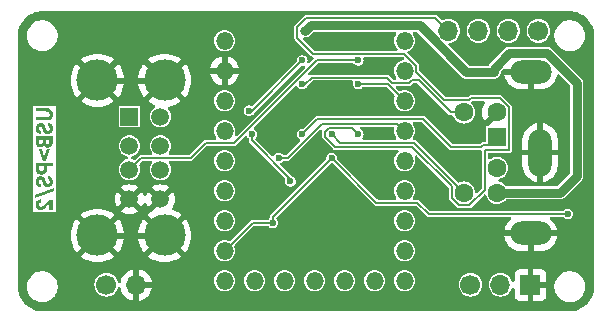
<source format=gbr>
G04 #@! TF.GenerationSoftware,KiCad,Pcbnew,8.0.4*
G04 #@! TF.CreationDate,2024-12-08T01:13:34+02:00*
G04 #@! TF.ProjectId,usb2ps2,75736232-7073-4322-9e6b-696361645f70,1.2*
G04 #@! TF.SameCoordinates,Original*
G04 #@! TF.FileFunction,Copper,L2,Bot*
G04 #@! TF.FilePolarity,Positive*
%FSLAX46Y46*%
G04 Gerber Fmt 4.6, Leading zero omitted, Abs format (unit mm)*
G04 Created by KiCad (PCBNEW 8.0.4) date 2024-12-08 01:13:34*
%MOMM*%
%LPD*%
G01*
G04 APERTURE LIST*
%ADD10C,0.300000*%
G04 #@! TA.AperFunction,NonConductor*
%ADD11C,0.300000*%
G04 #@! TD*
G04 #@! TA.AperFunction,ComponentPad*
%ADD12C,1.700000*%
G04 #@! TD*
G04 #@! TA.AperFunction,ComponentPad*
%ADD13O,1.700000X1.700000*%
G04 #@! TD*
G04 #@! TA.AperFunction,ComponentPad*
%ADD14R,1.700000X1.700000*%
G04 #@! TD*
G04 #@! TA.AperFunction,ComponentPad*
%ADD15R,1.500000X1.500000*%
G04 #@! TD*
G04 #@! TA.AperFunction,ComponentPad*
%ADD16C,1.500000*%
G04 #@! TD*
G04 #@! TA.AperFunction,ComponentPad*
%ADD17C,3.500000*%
G04 #@! TD*
G04 #@! TA.AperFunction,ComponentPad*
%ADD18O,1.500000X1.500000*%
G04 #@! TD*
G04 #@! TA.AperFunction,ComponentPad*
%ADD19R,1.600000X1.600000*%
G04 #@! TD*
G04 #@! TA.AperFunction,ComponentPad*
%ADD20C,1.600000*%
G04 #@! TD*
G04 #@! TA.AperFunction,ComponentPad*
%ADD21O,3.500000X2.000000*%
G04 #@! TD*
G04 #@! TA.AperFunction,ComponentPad*
%ADD22O,2.000000X4.000000*%
G04 #@! TD*
G04 #@! TA.AperFunction,ViaPad*
%ADD23C,0.600000*%
G04 #@! TD*
G04 #@! TA.AperFunction,ViaPad*
%ADD24C,0.800000*%
G04 #@! TD*
G04 #@! TA.AperFunction,Conductor*
%ADD25C,0.200000*%
G04 #@! TD*
G04 #@! TA.AperFunction,Conductor*
%ADD26C,0.800000*%
G04 #@! TD*
G04 #@! TA.AperFunction,Conductor*
%ADD27C,0.500000*%
G04 #@! TD*
G04 APERTURE END LIST*
D10*
D11*
G36*
X103138447Y-86062602D02*
G01*
X103135003Y-85987312D01*
X103121780Y-85904330D01*
X103098639Y-85829386D01*
X103065580Y-85762479D01*
X103014477Y-85694578D01*
X102997397Y-85677187D01*
X102940154Y-85631120D01*
X102874487Y-85594584D01*
X102800397Y-85567578D01*
X102717884Y-85550105D01*
X102642688Y-85542824D01*
X102594762Y-85541632D01*
X101708161Y-85541632D01*
X101708161Y-85825198D01*
X102567285Y-85825198D01*
X102644954Y-85828610D01*
X102718319Y-85840605D01*
X102787836Y-85866993D01*
X102807620Y-85879787D01*
X102854824Y-85936293D01*
X102877038Y-86010027D01*
X102880526Y-86062602D01*
X102873299Y-86135625D01*
X102845547Y-86204456D01*
X102806521Y-86246151D01*
X102738188Y-86280085D01*
X102661645Y-86296400D01*
X102587582Y-86301621D01*
X102567285Y-86301838D01*
X101708161Y-86301838D01*
X101708161Y-86583572D01*
X102594762Y-86583572D01*
X102673468Y-86580263D01*
X102746324Y-86570335D01*
X102826030Y-86549684D01*
X102897312Y-86519502D01*
X102960171Y-86479788D01*
X102997397Y-86448018D01*
X103052357Y-86383243D01*
X103088721Y-86319014D01*
X103115168Y-86246749D01*
X103131697Y-86166447D01*
X103137896Y-86093388D01*
X103138447Y-86062602D01*
G37*
G36*
X103138447Y-87255484D02*
G01*
X103134596Y-87176848D01*
X103120368Y-87093310D01*
X103095657Y-87018607D01*
X103060462Y-86952740D01*
X103028904Y-86911102D01*
X102968179Y-86854774D01*
X102905277Y-86816456D01*
X102833260Y-86788376D01*
X102752126Y-86770534D01*
X102714563Y-86766022D01*
X102714563Y-87047390D01*
X102787172Y-87073859D01*
X102844060Y-87124001D01*
X102874692Y-87195704D01*
X102880526Y-87255484D01*
X102869627Y-87331871D01*
X102836929Y-87388841D01*
X102774954Y-87428302D01*
X102720792Y-87436102D01*
X102647662Y-87420074D01*
X102614912Y-87395069D01*
X102574527Y-87330456D01*
X102552997Y-87267941D01*
X102506102Y-87106374D01*
X102480502Y-87031705D01*
X102442616Y-86960127D01*
X102395108Y-86901707D01*
X102358091Y-86870069D01*
X102289684Y-86829691D01*
X102214980Y-86804267D01*
X102142362Y-86794172D01*
X102117023Y-86793499D01*
X102039815Y-86799331D01*
X101968474Y-86816826D01*
X101896776Y-86849543D01*
X101890610Y-86853217D01*
X101828346Y-86899640D01*
X101776558Y-86956800D01*
X101738569Y-87018080D01*
X101710169Y-87086230D01*
X101692287Y-87159245D01*
X101684924Y-87237126D01*
X101684713Y-87253286D01*
X101688603Y-87328141D01*
X101702974Y-87407429D01*
X101727933Y-87478057D01*
X101769424Y-87548169D01*
X101795355Y-87578984D01*
X101856034Y-87631741D01*
X101927430Y-87672407D01*
X101998691Y-87698073D01*
X102078157Y-87714482D01*
X102102369Y-87717470D01*
X102102369Y-87440132D01*
X102031844Y-87417875D01*
X101982201Y-87380415D01*
X101949164Y-87313858D01*
X101942634Y-87253286D01*
X101956196Y-87178441D01*
X101985498Y-87131287D01*
X102049355Y-87090042D01*
X102097972Y-87083293D01*
X102171122Y-87099545D01*
X102198356Y-87121029D01*
X102238105Y-87186941D01*
X102251479Y-87226175D01*
X102296175Y-87387742D01*
X102321019Y-87462297D01*
X102354153Y-87528426D01*
X102401335Y-87592749D01*
X102445286Y-87635404D01*
X102509145Y-87679148D01*
X102579959Y-87708575D01*
X102657728Y-87723687D01*
X102703939Y-87725896D01*
X102784467Y-87719850D01*
X102857984Y-87701710D01*
X102930752Y-87667790D01*
X102936946Y-87663981D01*
X102998951Y-87616046D01*
X103049960Y-87557374D01*
X103086789Y-87494720D01*
X103114031Y-87425390D01*
X103131182Y-87351123D01*
X103138245Y-87271918D01*
X103138447Y-87255484D01*
G37*
G36*
X103115000Y-88447634D02*
G01*
X103114043Y-88487278D01*
X103106392Y-88560849D01*
X103087797Y-88637044D01*
X103053794Y-88711416D01*
X103006189Y-88772233D01*
X102947548Y-88819516D01*
X102880801Y-88853291D01*
X102805948Y-88873555D01*
X102722990Y-88880310D01*
X102676272Y-88877996D01*
X102602547Y-88863261D01*
X102531748Y-88831950D01*
X102502489Y-88812536D01*
X102448550Y-88760750D01*
X102407550Y-88695662D01*
X102399124Y-88695662D01*
X102379902Y-88725012D01*
X102329861Y-88779765D01*
X102268332Y-88822424D01*
X102230968Y-88840126D01*
X102155532Y-88861465D01*
X102078921Y-88867854D01*
X102020455Y-88864234D01*
X101948670Y-88848149D01*
X101876343Y-88814670D01*
X101812941Y-88764905D01*
X101800253Y-88751643D01*
X101757686Y-88690724D01*
X101728216Y-88617210D01*
X101713175Y-88542555D01*
X101708161Y-88458258D01*
X101708161Y-88420523D01*
X101966081Y-88420523D01*
X101971016Y-88464881D01*
X102007847Y-88531531D01*
X102046079Y-88558810D01*
X102118489Y-88573663D01*
X102166883Y-88567738D01*
X102230596Y-88531531D01*
X102258112Y-88493062D01*
X102273094Y-88420523D01*
X102273094Y-88414295D01*
X102531015Y-88414295D01*
X102538089Y-88474629D01*
X102573879Y-88541057D01*
X102617557Y-88572112D01*
X102691849Y-88586486D01*
X102749392Y-88579170D01*
X102813482Y-88542156D01*
X102846180Y-88488209D01*
X102857079Y-88414295D01*
X102857079Y-88208398D01*
X102531015Y-88208398D01*
X102531015Y-88414295D01*
X102273094Y-88414295D01*
X102273094Y-88208398D01*
X101966081Y-88208398D01*
X101966081Y-88420523D01*
X101708161Y-88420523D01*
X101708161Y-87924832D01*
X103115000Y-87924832D01*
X103115000Y-88447634D01*
G37*
G36*
X102407184Y-89681549D02*
G01*
X102186632Y-89038946D01*
X101930544Y-89038946D01*
X102296175Y-89998454D01*
X102529183Y-89998454D01*
X102896646Y-89038946D01*
X102640558Y-89038946D01*
X102420006Y-89681549D01*
X102407184Y-89681549D01*
G37*
G36*
X103115000Y-90466667D02*
G01*
X102639092Y-90466667D01*
X102639092Y-90705903D01*
X102637175Y-90756656D01*
X102624590Y-90839358D01*
X102600259Y-90914276D01*
X102564183Y-90981410D01*
X102516360Y-91040760D01*
X102475558Y-91077384D01*
X102410590Y-91118229D01*
X102336471Y-91146907D01*
X102253201Y-91163419D01*
X102174542Y-91167889D01*
X102108615Y-91164785D01*
X102035594Y-91152867D01*
X101958803Y-91127664D01*
X101891057Y-91090296D01*
X101832358Y-91040760D01*
X101796579Y-90999161D01*
X101756675Y-90934251D01*
X101728658Y-90861557D01*
X101712527Y-90781079D01*
X101708161Y-90705903D01*
X101708161Y-90685020D01*
X101966081Y-90685020D01*
X101978156Y-90756751D01*
X102021036Y-90821308D01*
X102035376Y-90833673D01*
X102101487Y-90865358D01*
X102174542Y-90874064D01*
X102186514Y-90873858D01*
X102261096Y-90860875D01*
X102326584Y-90821308D01*
X102367525Y-90761041D01*
X102381172Y-90685020D01*
X102381172Y-90466667D01*
X101966081Y-90466667D01*
X101966081Y-90685020D01*
X101708161Y-90685020D01*
X101708161Y-90183101D01*
X103115000Y-90183101D01*
X103115000Y-90466667D01*
G37*
G36*
X103138447Y-91764696D02*
G01*
X103134596Y-91686059D01*
X103120368Y-91602521D01*
X103095657Y-91527819D01*
X103060462Y-91461952D01*
X103028904Y-91420314D01*
X102968179Y-91363985D01*
X102905277Y-91325667D01*
X102833260Y-91297587D01*
X102752126Y-91279746D01*
X102714563Y-91275233D01*
X102714563Y-91556601D01*
X102787172Y-91583071D01*
X102844060Y-91633213D01*
X102874692Y-91704916D01*
X102880526Y-91764696D01*
X102869627Y-91841083D01*
X102836929Y-91898053D01*
X102774954Y-91937514D01*
X102720792Y-91945314D01*
X102647662Y-91929285D01*
X102614912Y-91904281D01*
X102574527Y-91839668D01*
X102552997Y-91777152D01*
X102506102Y-91615586D01*
X102480502Y-91540916D01*
X102442616Y-91469339D01*
X102395108Y-91410918D01*
X102358091Y-91379281D01*
X102289684Y-91338902D01*
X102214980Y-91313478D01*
X102142362Y-91303384D01*
X102117023Y-91302711D01*
X102039815Y-91308542D01*
X101968474Y-91326038D01*
X101896776Y-91358754D01*
X101890610Y-91362428D01*
X101828346Y-91408852D01*
X101776558Y-91466012D01*
X101738569Y-91527292D01*
X101710169Y-91595441D01*
X101692287Y-91668457D01*
X101684924Y-91746338D01*
X101684713Y-91762498D01*
X101688603Y-91837352D01*
X101702974Y-91916640D01*
X101727933Y-91987268D01*
X101769424Y-92057381D01*
X101795355Y-92088196D01*
X101856034Y-92140952D01*
X101927430Y-92181618D01*
X101998691Y-92207284D01*
X102078157Y-92223693D01*
X102102369Y-92226681D01*
X102102369Y-91949344D01*
X102031844Y-91927087D01*
X101982201Y-91889626D01*
X101949164Y-91823069D01*
X101942634Y-91762498D01*
X101956196Y-91687652D01*
X101985498Y-91640498D01*
X102049355Y-91599254D01*
X102097972Y-91592505D01*
X102171122Y-91608756D01*
X102198356Y-91630240D01*
X102238105Y-91696153D01*
X102251479Y-91735387D01*
X102296175Y-91896953D01*
X102321019Y-91971509D01*
X102354153Y-92037637D01*
X102401335Y-92101960D01*
X102445286Y-92144616D01*
X102509145Y-92188359D01*
X102579959Y-92217787D01*
X102657728Y-92232898D01*
X102703939Y-92235108D01*
X102784467Y-92229061D01*
X102857984Y-92210922D01*
X102930752Y-92177001D01*
X102936946Y-92173192D01*
X102998951Y-92125257D01*
X103049960Y-92066586D01*
X103086789Y-92003932D01*
X103114031Y-91934602D01*
X103131182Y-91860334D01*
X103138245Y-91781129D01*
X103138447Y-91764696D01*
G37*
G36*
X103279131Y-92579124D02*
G01*
X103279131Y-92341720D01*
X101590924Y-92891999D01*
X101590924Y-93127205D01*
X103279131Y-92579124D01*
G37*
G36*
X102798461Y-93286573D02*
G01*
X102360289Y-93755153D01*
X102306300Y-93805970D01*
X102247449Y-93848576D01*
X102176344Y-93875801D01*
X102119954Y-93881182D01*
X102045971Y-93866229D01*
X101996123Y-93833921D01*
X101952872Y-93772406D01*
X101942634Y-93713021D01*
X101955356Y-93633239D01*
X101999334Y-93570628D01*
X102065772Y-93537710D01*
X102103468Y-93530205D01*
X102103468Y-93248838D01*
X102025928Y-93259654D01*
X101954874Y-93280884D01*
X101881613Y-93317899D01*
X101816823Y-93368514D01*
X101801950Y-93383293D01*
X101756269Y-93440770D01*
X101721808Y-93506452D01*
X101698567Y-93580338D01*
X101686545Y-93662429D01*
X101684713Y-93713021D01*
X101690223Y-93792820D01*
X101706752Y-93866894D01*
X101734301Y-93935244D01*
X101741133Y-93948227D01*
X101784735Y-94013419D01*
X101838468Y-94067443D01*
X101896106Y-94106863D01*
X101967445Y-94138568D01*
X102045452Y-94157112D01*
X102122152Y-94162550D01*
X102195414Y-94158145D01*
X102270289Y-94142918D01*
X102344719Y-94113606D01*
X102357358Y-94106863D01*
X102424865Y-94062993D01*
X102484055Y-94013419D01*
X102535553Y-93960911D01*
X102546769Y-93948227D01*
X102844623Y-93612271D01*
X102857079Y-93612271D01*
X102857079Y-94155956D01*
X103115000Y-94155956D01*
X103115000Y-93286573D01*
X102798461Y-93286573D01*
G37*
D12*
X144250000Y-79000000D03*
D13*
X141710000Y-79000000D03*
X139170000Y-79000000D03*
X136630000Y-79000000D03*
D12*
X107670000Y-100500000D03*
D13*
X110210000Y-100500000D03*
D12*
X138500000Y-100500000D03*
D13*
X141040000Y-100500000D03*
D14*
X143580000Y-100500000D03*
D15*
X109630000Y-86250000D03*
D16*
X109630000Y-88750000D03*
X109630000Y-90750000D03*
X109630000Y-93250000D03*
X112250000Y-86250000D03*
X112250000Y-88750000D03*
X112250000Y-90750000D03*
X112250000Y-93250000D03*
D17*
X106920000Y-83180000D03*
X106920000Y-96320000D03*
X112600000Y-83180000D03*
X112600000Y-96320000D03*
D18*
X132920000Y-79840000D03*
X132920000Y-82380000D03*
X132920000Y-84920000D03*
X132920000Y-87460000D03*
X132920000Y-90000000D03*
X132920000Y-92540000D03*
X132920000Y-95080000D03*
X132920000Y-97620000D03*
X132920000Y-100160000D03*
X130380000Y-100160000D03*
X127840000Y-100160000D03*
X125300000Y-100160000D03*
X122760000Y-100160000D03*
X120220000Y-100160000D03*
X117680000Y-100160000D03*
X117680000Y-97620000D03*
X117680000Y-95080000D03*
X117680000Y-92540000D03*
X117680000Y-90000000D03*
X117680000Y-87460000D03*
X117680000Y-84920000D03*
X117680000Y-82380000D03*
X117680000Y-79840000D03*
D19*
X140750000Y-88000000D03*
D20*
X140750000Y-90600000D03*
D21*
X143600000Y-96150000D03*
D22*
X144400000Y-89300000D03*
D20*
X140750000Y-85900000D03*
D21*
X143600000Y-82450000D03*
D20*
X140750000Y-92700000D03*
X137950000Y-85900000D03*
X137950000Y-92700000D03*
D23*
X140710000Y-83910000D03*
X127260000Y-91370000D03*
X126750000Y-93040000D03*
X137570000Y-88100000D03*
X131850000Y-81570000D03*
X119000000Y-84090000D03*
X115490000Y-85700000D03*
X114520000Y-87870000D03*
X130380000Y-87660000D03*
X130270000Y-82140000D03*
X130270000Y-84970000D03*
X137880000Y-95760000D03*
X138050000Y-91100000D03*
X137860000Y-83680000D03*
X135500000Y-85750000D03*
X135500000Y-88250000D03*
X135500000Y-92000000D03*
X123250000Y-91750000D03*
X120000000Y-87750000D03*
X119750000Y-85750000D03*
X124250000Y-81500000D03*
X122250000Y-89750000D03*
X129000000Y-87750000D03*
X126750000Y-89750000D03*
X146750000Y-94500000D03*
D24*
X124500000Y-79000000D03*
D23*
X129000000Y-81500000D03*
X121750000Y-95250000D03*
X126750000Y-87750000D03*
X124250000Y-87750000D03*
X124250000Y-83500000D03*
X129000000Y-83500000D03*
X131060000Y-79760000D03*
D25*
X135520000Y-77890000D02*
X124610000Y-77890000D01*
X134820000Y-83400000D02*
X134820000Y-83400001D01*
X124610000Y-77890000D02*
X123850000Y-78650000D01*
X138544925Y-84690000D02*
X141024925Y-84690000D01*
X123850000Y-79600000D02*
X125200000Y-80950000D01*
X128450000Y-87200000D02*
X129000000Y-87750000D01*
X123850000Y-78650000D02*
X123850000Y-79600000D01*
X136630000Y-79000000D02*
X135520000Y-77890000D01*
X126200000Y-87522182D02*
X126522182Y-87200000D01*
X133920000Y-82500000D02*
X134820000Y-83400000D01*
X125200000Y-80950000D02*
X132904214Y-80950000D01*
X126200000Y-87977818D02*
X126200000Y-87522182D01*
X136900000Y-93134925D02*
X136900000Y-92144974D01*
X139700000Y-89050000D02*
X139700000Y-92434925D01*
X134820000Y-83400001D02*
X136269999Y-84850000D01*
X136269999Y-84850000D02*
X138384925Y-84850000D01*
X127032182Y-88810000D02*
X126200000Y-87977818D01*
X138384925Y-84850000D02*
X138544925Y-84690000D01*
X141800000Y-85465075D02*
X141800000Y-89050000D01*
X141800000Y-89050000D02*
X139700000Y-89050000D01*
X141024925Y-84690000D02*
X141800000Y-85465075D01*
X132904214Y-80950000D02*
X133920000Y-81965786D01*
X138384925Y-93750000D02*
X137515075Y-93750000D01*
X137515075Y-93750000D02*
X136900000Y-93134925D01*
X133920000Y-81965786D02*
X133920000Y-82500000D01*
X139700000Y-92434925D02*
X138384925Y-93750000D01*
X136900000Y-92144974D02*
X133565026Y-88810000D01*
X133565026Y-88810000D02*
X127032182Y-88810000D01*
X126522182Y-87200000D02*
X128450000Y-87200000D01*
X124250000Y-83500000D02*
X124500000Y-83500000D01*
X124500000Y-83500000D02*
X125050000Y-82950000D01*
X131874974Y-83380000D02*
X133334214Y-83380000D01*
X133334214Y-83380000D02*
X133514214Y-83200000D01*
X125050000Y-82950000D02*
X131444974Y-82950000D01*
X134125025Y-83200000D02*
X136825025Y-85900000D01*
X131444974Y-82950000D02*
X131874974Y-83380000D01*
X136825025Y-85900000D02*
X137950000Y-85900000D01*
X133514214Y-83200000D02*
X134125025Y-83200000D01*
X146750000Y-94500000D02*
X134970000Y-94500000D01*
X134970000Y-94500000D02*
X134010000Y-93540000D01*
X134010000Y-93540000D02*
X130540000Y-93540000D01*
X130540000Y-93540000D02*
X126750000Y-89750000D01*
X124250000Y-87750000D02*
X125540000Y-86460000D01*
X125540000Y-86460000D02*
X134487818Y-86460000D01*
X134487818Y-86460000D02*
X136877818Y-88850000D01*
X136877818Y-88850000D02*
X139405025Y-88850000D01*
X139405025Y-88850000D02*
X139555025Y-88700000D01*
X139555025Y-88700000D02*
X140050000Y-88700000D01*
X140050000Y-88700000D02*
X140750000Y-88000000D01*
X123250000Y-91527818D02*
X123250000Y-91750000D01*
X120000000Y-88277818D02*
X123250000Y-91527818D01*
X120000000Y-87750000D02*
X120000000Y-88277818D01*
X120000000Y-85750000D02*
X119750000Y-85750000D01*
X124250000Y-81500000D02*
X120000000Y-85750000D01*
X126750000Y-89750000D02*
X121750000Y-94750000D01*
X121750000Y-94750000D02*
X121750000Y-95250000D01*
X123027818Y-89750000D02*
X122250000Y-89750000D01*
X125927818Y-86850000D02*
X123027818Y-89750000D01*
X132310000Y-86850000D02*
X125927818Y-86850000D01*
X132920000Y-87460000D02*
X132310000Y-86850000D01*
D26*
X144992031Y-80900000D02*
X147500000Y-83407969D01*
X140500000Y-82189899D02*
X141789899Y-80900000D01*
X141789899Y-80900000D02*
X144992031Y-80900000D01*
X147500000Y-83407969D02*
X147500000Y-91250000D01*
X140500000Y-82500000D02*
X140500000Y-82189899D01*
X124500000Y-79000000D02*
X124960000Y-78540000D01*
X138150101Y-82500000D02*
X140500000Y-82500000D01*
X124960000Y-78540000D02*
X134190101Y-78540000D01*
X134190101Y-78540000D02*
X138150101Y-82500000D01*
X147500000Y-91250000D02*
X146050000Y-92700000D01*
X146050000Y-92700000D02*
X140750000Y-92700000D01*
D25*
X118512182Y-88460000D02*
X125472182Y-81500000D01*
X114804214Y-89750000D02*
X116094214Y-88460000D01*
X125472182Y-81500000D02*
X129000000Y-81500000D01*
X110630000Y-89750000D02*
X114804214Y-89750000D01*
X116094214Y-88460000D02*
X118512182Y-88460000D01*
X109630000Y-90750000D02*
X110630000Y-89750000D01*
X121750000Y-95250000D02*
X120050000Y-95250000D01*
X120050000Y-95250000D02*
X117680000Y-97620000D01*
X126750000Y-87750000D02*
X127460000Y-88460000D01*
X127460000Y-88460000D02*
X133710000Y-88460000D01*
X133710000Y-88460000D02*
X137950000Y-92700000D01*
X129000000Y-83500000D02*
X131500000Y-83500000D01*
X131500000Y-83500000D02*
X132920000Y-84920000D01*
D27*
X107070000Y-83229998D02*
X112750000Y-83229998D01*
X107070000Y-96369998D02*
X112750000Y-96369998D01*
G04 #@! TA.AperFunction,Conductor*
G36*
X134399734Y-86730185D02*
G01*
X134420376Y-86746819D01*
X136665454Y-88991897D01*
X136735921Y-89062364D01*
X136827990Y-89100500D01*
X139325500Y-89100500D01*
X139392539Y-89120185D01*
X139438294Y-89172989D01*
X139449500Y-89224500D01*
X139449500Y-92279801D01*
X139429815Y-92346840D01*
X139413181Y-92367482D01*
X139106226Y-92674436D01*
X139044903Y-92707921D01*
X138975211Y-92702937D01*
X138919278Y-92661065D01*
X138895142Y-92598908D01*
X138886747Y-92513669D01*
X138886746Y-92513666D01*
X138837626Y-92351740D01*
X138832396Y-92334499D01*
X138803160Y-92279801D01*
X138744137Y-92169376D01*
X138744135Y-92169373D01*
X138625357Y-92024642D01*
X138480626Y-91905864D01*
X138480623Y-91905862D01*
X138315502Y-91817604D01*
X138136333Y-91763253D01*
X138136331Y-91763252D01*
X137950000Y-91744901D01*
X137763668Y-91763252D01*
X137763666Y-91763253D01*
X137584502Y-91817602D01*
X137584501Y-91817603D01*
X137559615Y-91830904D01*
X137491211Y-91845143D01*
X137425969Y-91820140D01*
X137413485Y-91809224D01*
X133851897Y-88247636D01*
X133759829Y-88209500D01*
X133759828Y-88209500D01*
X133735398Y-88209500D01*
X133668359Y-88189815D01*
X133622604Y-88137011D01*
X133612660Y-88067853D01*
X133641685Y-88004297D01*
X133643248Y-88002528D01*
X133652533Y-87992216D01*
X133747179Y-87828284D01*
X133805674Y-87648256D01*
X133825460Y-87460000D01*
X133805674Y-87271744D01*
X133747179Y-87091716D01*
X133652533Y-86927784D01*
X133643247Y-86917471D01*
X133613018Y-86854481D01*
X133621643Y-86785145D01*
X133666385Y-86731480D01*
X133733037Y-86710522D01*
X133735398Y-86710500D01*
X134332695Y-86710500D01*
X134399734Y-86730185D01*
G37*
G04 #@! TD.AperFunction*
G04 #@! TA.AperFunction,Conductor*
G36*
X133977753Y-79110185D02*
G01*
X133998394Y-79126818D01*
X137812086Y-82940510D01*
X137893712Y-82987636D01*
X137937616Y-83012984D01*
X138077626Y-83050500D01*
X138077627Y-83050500D01*
X138077629Y-83050500D01*
X140572472Y-83050500D01*
X140572475Y-83050500D01*
X140712485Y-83012984D01*
X140838015Y-82940509D01*
X140940509Y-82838015D01*
X141012984Y-82712485D01*
X141050500Y-82572475D01*
X141050500Y-82469284D01*
X141070185Y-82402245D01*
X141086814Y-82381608D01*
X141232105Y-82236317D01*
X141293426Y-82202834D01*
X141319784Y-82200000D01*
X142416988Y-82200000D01*
X142384075Y-82257007D01*
X142350000Y-82384174D01*
X142350000Y-82515826D01*
X142384075Y-82642993D01*
X142416988Y-82700000D01*
X141370898Y-82700000D01*
X141386934Y-82801247D01*
X141459897Y-83025802D01*
X141567085Y-83236171D01*
X141705866Y-83427186D01*
X141872813Y-83594133D01*
X142063828Y-83732914D01*
X142274197Y-83840102D01*
X142498752Y-83913065D01*
X142498751Y-83913065D01*
X142731948Y-83950000D01*
X143350000Y-83950000D01*
X143350000Y-82950000D01*
X143850000Y-82950000D01*
X143850000Y-83950000D01*
X144468052Y-83950000D01*
X144701247Y-83913065D01*
X144925802Y-83840102D01*
X145136171Y-83732914D01*
X145327186Y-83594133D01*
X145494133Y-83427186D01*
X145632914Y-83236171D01*
X145740102Y-83025802D01*
X145813064Y-82801251D01*
X145816243Y-82781179D01*
X145846170Y-82718044D01*
X145905481Y-82681110D01*
X145975343Y-82682106D01*
X146026398Y-82712892D01*
X146913181Y-83599675D01*
X146946666Y-83660998D01*
X146949500Y-83687356D01*
X146949500Y-90970613D01*
X146929815Y-91037652D01*
X146913181Y-91058294D01*
X145858294Y-92113181D01*
X145796971Y-92146666D01*
X145770613Y-92149500D01*
X141586473Y-92149500D01*
X141519434Y-92129815D01*
X141490620Y-92104165D01*
X141425357Y-92024642D01*
X141280626Y-91905864D01*
X141280623Y-91905862D01*
X141115507Y-91817606D01*
X141115501Y-91817604D01*
X140954153Y-91768659D01*
X140895718Y-91730363D01*
X140867262Y-91666551D01*
X140877822Y-91597484D01*
X140924046Y-91545090D01*
X140954150Y-91531341D01*
X141115501Y-91482396D01*
X141152749Y-91462487D01*
X141280623Y-91394137D01*
X141280626Y-91394135D01*
X141346835Y-91339799D01*
X141425357Y-91275357D01*
X141544136Y-91130625D01*
X141632396Y-90965501D01*
X141686747Y-90786331D01*
X141705099Y-90600000D01*
X141686747Y-90413669D01*
X141632396Y-90234499D01*
X141624745Y-90220185D01*
X141544137Y-90069376D01*
X141544135Y-90069373D01*
X141425357Y-89924642D01*
X141280626Y-89805864D01*
X141280623Y-89805862D01*
X141115502Y-89717604D01*
X140936333Y-89663253D01*
X140936331Y-89663252D01*
X140750000Y-89644901D01*
X140563668Y-89663252D01*
X140563666Y-89663253D01*
X140384497Y-89717604D01*
X140219376Y-89805862D01*
X140219374Y-89805864D01*
X140153164Y-89860201D01*
X140088854Y-89887513D01*
X140019987Y-89875722D01*
X139968427Y-89828569D01*
X139950500Y-89764347D01*
X139950500Y-89424500D01*
X139970185Y-89357461D01*
X140022989Y-89311706D01*
X140074500Y-89300500D01*
X141849826Y-89300500D01*
X141849828Y-89300500D01*
X141941897Y-89262364D01*
X142012364Y-89191897D01*
X142050500Y-89099828D01*
X142050500Y-88181947D01*
X142900000Y-88181947D01*
X142900000Y-89050000D01*
X143900000Y-89050000D01*
X143900000Y-89550000D01*
X142900000Y-89550000D01*
X142900000Y-90418052D01*
X142936934Y-90651247D01*
X143009897Y-90875802D01*
X143117085Y-91086171D01*
X143255866Y-91277186D01*
X143422813Y-91444133D01*
X143613828Y-91582914D01*
X143824195Y-91690102D01*
X144048744Y-91763063D01*
X144048750Y-91763065D01*
X144150000Y-91779101D01*
X144150000Y-90733012D01*
X144207007Y-90765925D01*
X144334174Y-90800000D01*
X144465826Y-90800000D01*
X144592993Y-90765925D01*
X144650000Y-90733012D01*
X144650000Y-91779100D01*
X144751249Y-91763065D01*
X144751255Y-91763063D01*
X144975804Y-91690102D01*
X145186171Y-91582914D01*
X145377186Y-91444133D01*
X145544133Y-91277186D01*
X145682914Y-91086171D01*
X145790102Y-90875802D01*
X145863065Y-90651247D01*
X145900000Y-90418052D01*
X145900000Y-89550000D01*
X144900000Y-89550000D01*
X144900000Y-89050000D01*
X145900000Y-89050000D01*
X145900000Y-88181947D01*
X145863065Y-87948752D01*
X145790102Y-87724197D01*
X145682914Y-87513828D01*
X145544133Y-87322813D01*
X145377186Y-87155866D01*
X145186171Y-87017085D01*
X144975802Y-86909897D01*
X144751247Y-86836934D01*
X144650000Y-86820897D01*
X144650000Y-87866988D01*
X144592993Y-87834075D01*
X144465826Y-87800000D01*
X144334174Y-87800000D01*
X144207007Y-87834075D01*
X144150000Y-87866988D01*
X144150000Y-86820897D01*
X144048752Y-86836934D01*
X143824197Y-86909897D01*
X143613828Y-87017085D01*
X143422813Y-87155866D01*
X143255866Y-87322813D01*
X143117085Y-87513828D01*
X143009897Y-87724197D01*
X142936934Y-87948752D01*
X142900000Y-88181947D01*
X142050500Y-88181947D01*
X142050500Y-85956459D01*
X142050972Y-85945651D01*
X142054966Y-85900000D01*
X142054966Y-85899997D01*
X142050972Y-85854346D01*
X142050500Y-85843539D01*
X142050500Y-85529345D01*
X142050501Y-85529336D01*
X142050501Y-85415249D01*
X142050501Y-85415248D01*
X142017673Y-85335996D01*
X142012364Y-85323178D01*
X141941897Y-85252711D01*
X141941895Y-85252710D01*
X141934829Y-85245643D01*
X141934825Y-85245640D01*
X141166822Y-84477636D01*
X141074754Y-84439500D01*
X141074753Y-84439500D01*
X138594753Y-84439500D01*
X138495097Y-84439500D01*
X138495095Y-84439500D01*
X138403027Y-84477636D01*
X138403026Y-84477637D01*
X138317483Y-84563181D01*
X138256160Y-84596666D01*
X138229802Y-84599500D01*
X136425122Y-84599500D01*
X136358083Y-84579815D01*
X136337441Y-84563181D01*
X135049805Y-83275545D01*
X135049803Y-83275542D01*
X134206819Y-82432558D01*
X134173334Y-82371235D01*
X134170500Y-82344877D01*
X134170500Y-81915959D01*
X134170499Y-81915956D01*
X134169691Y-81914005D01*
X134132364Y-81823889D01*
X134061897Y-81753422D01*
X133643267Y-81334792D01*
X133195786Y-80887310D01*
X133162301Y-80825987D01*
X133167285Y-80756295D01*
X133209157Y-80700362D01*
X133233031Y-80686350D01*
X133285068Y-80663181D01*
X133372730Y-80624151D01*
X133525871Y-80512888D01*
X133652533Y-80372216D01*
X133747179Y-80208284D01*
X133805674Y-80028256D01*
X133825460Y-79840000D01*
X133805674Y-79651744D01*
X133747179Y-79471716D01*
X133652533Y-79307784D01*
X133643247Y-79297471D01*
X133613018Y-79234481D01*
X133621643Y-79165145D01*
X133666385Y-79111480D01*
X133733037Y-79090522D01*
X133735398Y-79090500D01*
X133910714Y-79090500D01*
X133977753Y-79110185D01*
G37*
G04 #@! TD.AperFunction*
G04 #@! TA.AperFunction,Conductor*
G36*
X128515613Y-83220185D02*
G01*
X128561368Y-83272989D01*
X128571312Y-83342147D01*
X128565164Y-83363080D01*
X128565801Y-83363267D01*
X128563302Y-83371773D01*
X128544867Y-83500000D01*
X128563302Y-83628225D01*
X128596369Y-83700630D01*
X128617118Y-83746063D01*
X128701951Y-83843967D01*
X128810931Y-83914004D01*
X128935225Y-83950499D01*
X128935227Y-83950500D01*
X128935228Y-83950500D01*
X129064773Y-83950500D01*
X129064773Y-83950499D01*
X129189069Y-83914004D01*
X129298049Y-83843967D01*
X129341953Y-83793297D01*
X129400731Y-83755523D01*
X129435667Y-83750500D01*
X131344877Y-83750500D01*
X131411916Y-83770185D01*
X131432558Y-83786819D01*
X132064793Y-84419054D01*
X132098278Y-84480377D01*
X132093645Y-84545151D01*
X132094829Y-84545536D01*
X132092821Y-84551716D01*
X132034326Y-84731744D01*
X132014540Y-84920000D01*
X132034326Y-85108256D01*
X132034327Y-85108259D01*
X132092818Y-85288277D01*
X132092821Y-85288284D01*
X132187467Y-85452216D01*
X132272313Y-85546447D01*
X132314129Y-85592888D01*
X132467265Y-85704148D01*
X132467270Y-85704151D01*
X132640192Y-85781142D01*
X132640197Y-85781144D01*
X132825354Y-85820500D01*
X132825355Y-85820500D01*
X133014644Y-85820500D01*
X133014646Y-85820500D01*
X133199803Y-85781144D01*
X133372730Y-85704151D01*
X133525871Y-85592888D01*
X133652533Y-85452216D01*
X133747179Y-85288284D01*
X133805674Y-85108256D01*
X133825460Y-84920000D01*
X133805674Y-84731744D01*
X133747179Y-84551716D01*
X133652533Y-84387784D01*
X133525871Y-84247112D01*
X133525870Y-84247111D01*
X133372734Y-84135851D01*
X133372729Y-84135848D01*
X133199807Y-84058857D01*
X133199802Y-84058855D01*
X133054001Y-84027865D01*
X133014646Y-84019500D01*
X132825354Y-84019500D01*
X132792897Y-84026398D01*
X132640197Y-84058855D01*
X132640195Y-84058856D01*
X132560927Y-84094149D01*
X132491677Y-84103433D01*
X132428401Y-84073805D01*
X132422811Y-84068550D01*
X132196442Y-83842181D01*
X132162957Y-83780858D01*
X132167941Y-83711166D01*
X132209813Y-83655233D01*
X132275277Y-83630816D01*
X132284123Y-83630500D01*
X133384040Y-83630500D01*
X133384042Y-83630500D01*
X133476111Y-83592364D01*
X133581656Y-83486819D01*
X133642979Y-83453334D01*
X133669337Y-83450500D01*
X133969902Y-83450500D01*
X134036941Y-83470185D01*
X134057583Y-83486819D01*
X136605590Y-86034825D01*
X136605593Y-86034829D01*
X136605594Y-86034829D01*
X136612660Y-86041895D01*
X136612661Y-86041897D01*
X136683128Y-86112364D01*
X136721265Y-86128160D01*
X136775198Y-86150501D01*
X136775199Y-86150501D01*
X136889287Y-86150501D01*
X136889295Y-86150500D01*
X136940754Y-86150500D01*
X137007793Y-86170185D01*
X137053548Y-86222989D01*
X137059414Y-86238504D01*
X137067602Y-86265496D01*
X137067605Y-86265503D01*
X137155862Y-86430623D01*
X137155864Y-86430626D01*
X137274642Y-86575357D01*
X137419373Y-86694135D01*
X137419376Y-86694137D01*
X137584158Y-86782214D01*
X137584499Y-86782396D01*
X137763666Y-86836746D01*
X137763668Y-86836747D01*
X137780374Y-86838392D01*
X137950000Y-86855099D01*
X138136331Y-86836747D01*
X138315501Y-86782396D01*
X138480625Y-86694136D01*
X138625357Y-86575357D01*
X138744136Y-86430625D01*
X138832396Y-86265501D01*
X138886747Y-86086331D01*
X138905099Y-85900000D01*
X138886747Y-85713669D01*
X138832396Y-85534499D01*
X138816061Y-85503938D01*
X138744137Y-85369376D01*
X138744135Y-85369373D01*
X138625357Y-85224642D01*
X138587863Y-85193872D01*
X138548529Y-85136127D01*
X138546658Y-85066282D01*
X138578845Y-85010340D01*
X138612370Y-84976815D01*
X138673692Y-84943333D01*
X138700048Y-84940500D01*
X139596640Y-84940500D01*
X139663679Y-84960185D01*
X139709434Y-85012989D01*
X139719378Y-85082147D01*
X139698215Y-85135624D01*
X139619866Y-85247517D01*
X139523734Y-85453673D01*
X139523730Y-85453682D01*
X139464860Y-85673389D01*
X139464858Y-85673400D01*
X139445034Y-85899997D01*
X139445034Y-85900002D01*
X139464858Y-86126599D01*
X139464860Y-86126610D01*
X139523730Y-86346317D01*
X139523735Y-86346331D01*
X139619863Y-86552478D01*
X139670974Y-86625472D01*
X140350000Y-85946446D01*
X140350000Y-85952661D01*
X140377259Y-86054394D01*
X140429920Y-86145606D01*
X140504394Y-86220080D01*
X140595606Y-86272741D01*
X140697339Y-86300000D01*
X140703553Y-86300000D01*
X139985336Y-87018215D01*
X139924013Y-87051700D01*
X139921849Y-87052151D01*
X139891281Y-87058231D01*
X139891275Y-87058234D01*
X139841496Y-87091495D01*
X139841495Y-87091496D01*
X139808234Y-87141275D01*
X139808231Y-87141282D01*
X139799500Y-87185177D01*
X139799500Y-88325500D01*
X139779815Y-88392539D01*
X139727011Y-88438294D01*
X139675500Y-88449500D01*
X139505195Y-88449500D01*
X139413127Y-88487636D01*
X139413126Y-88487637D01*
X139337583Y-88563181D01*
X139276260Y-88596666D01*
X139249902Y-88599500D01*
X137032941Y-88599500D01*
X136965902Y-88579815D01*
X136945260Y-88563181D01*
X134629715Y-86247636D01*
X134537647Y-86209500D01*
X134537646Y-86209500D01*
X125589827Y-86209500D01*
X125490172Y-86209500D01*
X125490170Y-86209500D01*
X125398102Y-86247636D01*
X124382557Y-87263181D01*
X124321234Y-87296666D01*
X124294876Y-87299500D01*
X124185226Y-87299500D01*
X124060935Y-87335994D01*
X124060932Y-87335995D01*
X124060931Y-87335996D01*
X124052398Y-87341480D01*
X123951950Y-87406033D01*
X123867118Y-87503937D01*
X123867117Y-87503938D01*
X123813302Y-87621774D01*
X123794867Y-87750000D01*
X123813302Y-87878225D01*
X123853320Y-87965851D01*
X123867118Y-87996063D01*
X123951951Y-88093967D01*
X124052400Y-88158521D01*
X124098153Y-88211323D01*
X124108097Y-88280481D01*
X124079073Y-88344037D01*
X124073040Y-88350516D01*
X122960376Y-89463181D01*
X122899053Y-89496666D01*
X122872695Y-89499500D01*
X122685667Y-89499500D01*
X122618628Y-89479815D01*
X122591953Y-89456702D01*
X122548049Y-89406033D01*
X122439069Y-89335996D01*
X122439065Y-89335994D01*
X122439064Y-89335994D01*
X122314774Y-89299500D01*
X122314772Y-89299500D01*
X122185228Y-89299500D01*
X122185226Y-89299500D01*
X122060935Y-89335994D01*
X122060932Y-89335995D01*
X122060931Y-89335996D01*
X122030553Y-89355519D01*
X121951950Y-89406033D01*
X121867118Y-89503937D01*
X121867117Y-89503937D01*
X121851411Y-89538328D01*
X121805655Y-89591130D01*
X121738614Y-89610813D01*
X121671576Y-89591127D01*
X121650937Y-89574494D01*
X120320427Y-88243984D01*
X120286942Y-88182661D01*
X120291926Y-88112969D01*
X120314393Y-88075104D01*
X120362478Y-88019610D01*
X120382879Y-87996067D01*
X120382879Y-87996065D01*
X120382882Y-87996063D01*
X120436697Y-87878226D01*
X120455133Y-87750000D01*
X120436697Y-87621774D01*
X120382882Y-87503937D01*
X120298049Y-87406033D01*
X120197599Y-87341478D01*
X120151846Y-87288676D01*
X120141902Y-87219518D01*
X120170927Y-87155962D01*
X120176946Y-87149496D01*
X123650939Y-83675502D01*
X123712260Y-83642019D01*
X123781952Y-83647003D01*
X123837885Y-83688875D01*
X123851412Y-83711672D01*
X123867118Y-83746063D01*
X123898890Y-83782731D01*
X123951951Y-83843967D01*
X124060931Y-83914004D01*
X124185225Y-83950499D01*
X124185227Y-83950500D01*
X124185228Y-83950500D01*
X124314773Y-83950500D01*
X124314773Y-83950499D01*
X124439069Y-83914004D01*
X124548049Y-83843967D01*
X124632882Y-83746063D01*
X124644336Y-83720981D01*
X124669447Y-83684812D01*
X125117442Y-83236819D01*
X125178765Y-83203334D01*
X125205123Y-83200500D01*
X128448574Y-83200500D01*
X128515613Y-83220185D01*
G37*
G04 #@! TD.AperFunction*
G04 #@! TA.AperFunction,Conductor*
G36*
X131986334Y-87120185D02*
G01*
X132032089Y-87172989D01*
X132042033Y-87242147D01*
X132037227Y-87262816D01*
X132034326Y-87271741D01*
X132024969Y-87360775D01*
X132014540Y-87460000D01*
X132034326Y-87648256D01*
X132034327Y-87648259D01*
X132092818Y-87828277D01*
X132092821Y-87828284D01*
X132187467Y-87992216D01*
X132196752Y-88002528D01*
X132226982Y-88065519D01*
X132218357Y-88134855D01*
X132173615Y-88188520D01*
X132106963Y-88209478D01*
X132104602Y-88209500D01*
X129469460Y-88209500D01*
X129402421Y-88189815D01*
X129356666Y-88137011D01*
X129346722Y-88067853D01*
X129375747Y-88004297D01*
X129382882Y-87996063D01*
X129436697Y-87878226D01*
X129455133Y-87750000D01*
X129436697Y-87621774D01*
X129382882Y-87503937D01*
X129298049Y-87406033D01*
X129189069Y-87335996D01*
X129189066Y-87335995D01*
X129181608Y-87331202D01*
X129182778Y-87329381D01*
X129139105Y-87291535D01*
X129119423Y-87224495D01*
X129139111Y-87157456D01*
X129191917Y-87111703D01*
X129243423Y-87100500D01*
X131919295Y-87100500D01*
X131986334Y-87120185D01*
G37*
G04 #@! TD.AperFunction*
G04 #@! TA.AperFunction,Conductor*
G36*
X141181888Y-85217071D02*
G01*
X141226236Y-85245572D01*
X141404427Y-85423763D01*
X141437912Y-85485086D01*
X141432928Y-85554778D01*
X141404427Y-85599125D01*
X141150000Y-85853552D01*
X141150000Y-85847339D01*
X141122741Y-85745606D01*
X141070080Y-85654394D01*
X140995606Y-85579920D01*
X140904394Y-85527259D01*
X140802661Y-85500000D01*
X140796447Y-85500000D01*
X141050874Y-85245572D01*
X141112197Y-85212087D01*
X141181888Y-85217071D01*
G37*
G04 #@! TD.AperFunction*
G04 #@! TA.AperFunction,Conductor*
G36*
X132816130Y-81220185D02*
G01*
X132836772Y-81236819D01*
X132873422Y-81273469D01*
X132906907Y-81334792D01*
X132901923Y-81404484D01*
X132860051Y-81460417D01*
X132811522Y-81482440D01*
X132640197Y-81518855D01*
X132640192Y-81518857D01*
X132467270Y-81595848D01*
X132467265Y-81595851D01*
X132314129Y-81707111D01*
X132187466Y-81847785D01*
X132092821Y-82011715D01*
X132092818Y-82011722D01*
X132035865Y-82187007D01*
X132034326Y-82191744D01*
X132014540Y-82380000D01*
X132034326Y-82568256D01*
X132034327Y-82568259D01*
X132092818Y-82748277D01*
X132092821Y-82748284D01*
X132187467Y-82912216D01*
X132190807Y-82915925D01*
X132196752Y-82922528D01*
X132226982Y-82985519D01*
X132218357Y-83054855D01*
X132173615Y-83108520D01*
X132106963Y-83129478D01*
X132104602Y-83129500D01*
X132030096Y-83129500D01*
X131963057Y-83109815D01*
X131942415Y-83093181D01*
X131771762Y-82922528D01*
X131586871Y-82737636D01*
X131494803Y-82699500D01*
X131494802Y-82699500D01*
X125099827Y-82699500D01*
X125000172Y-82699500D01*
X125000170Y-82699500D01*
X125000168Y-82699501D01*
X124938965Y-82724852D01*
X124869496Y-82732321D01*
X124807017Y-82701046D01*
X124771365Y-82640957D01*
X124773859Y-82571131D01*
X124803830Y-82522612D01*
X125539624Y-81786819D01*
X125600947Y-81753334D01*
X125627305Y-81750500D01*
X128564333Y-81750500D01*
X128631372Y-81770185D01*
X128658046Y-81793297D01*
X128701951Y-81843967D01*
X128810931Y-81914004D01*
X128935225Y-81950499D01*
X128935227Y-81950500D01*
X128935228Y-81950500D01*
X129064773Y-81950500D01*
X129064773Y-81950499D01*
X129189069Y-81914004D01*
X129298049Y-81843967D01*
X129382882Y-81746063D01*
X129436697Y-81628226D01*
X129455133Y-81500000D01*
X129436697Y-81371774D01*
X129436697Y-81371773D01*
X129434199Y-81363267D01*
X129436695Y-81362533D01*
X129428687Y-81306862D01*
X129457707Y-81243304D01*
X129516482Y-81205526D01*
X129551426Y-81200500D01*
X132749091Y-81200500D01*
X132816130Y-81220185D01*
G37*
G04 #@! TD.AperFunction*
G04 #@! TA.AperFunction,Conductor*
G36*
X132171641Y-79110185D02*
G01*
X132217396Y-79162989D01*
X132227340Y-79232147D01*
X132198315Y-79295703D01*
X132196752Y-79297472D01*
X132187466Y-79307785D01*
X132092821Y-79471715D01*
X132092818Y-79471722D01*
X132034948Y-79649829D01*
X132034326Y-79651744D01*
X132014540Y-79840000D01*
X132034326Y-80028256D01*
X132034327Y-80028259D01*
X132092818Y-80208277D01*
X132092821Y-80208284D01*
X132187467Y-80372216D01*
X132266050Y-80459491D01*
X132295797Y-80492528D01*
X132326027Y-80555519D01*
X132317402Y-80624854D01*
X132272661Y-80678520D01*
X132206008Y-80699478D01*
X132203647Y-80699500D01*
X125355123Y-80699500D01*
X125288084Y-80679815D01*
X125267442Y-80663181D01*
X124366442Y-79762181D01*
X124332957Y-79700858D01*
X124337941Y-79631166D01*
X124379813Y-79575233D01*
X124445277Y-79550816D01*
X124454123Y-79550500D01*
X124455794Y-79550500D01*
X124471980Y-79551561D01*
X124499999Y-79555250D01*
X124500000Y-79555250D01*
X124500001Y-79555250D01*
X124528020Y-79551561D01*
X124544206Y-79550500D01*
X124572473Y-79550500D01*
X124572474Y-79550500D01*
X124599785Y-79543181D01*
X124615684Y-79540019D01*
X124643709Y-79536330D01*
X124669827Y-79525510D01*
X124685179Y-79520299D01*
X124712485Y-79512984D01*
X124736968Y-79498848D01*
X124751506Y-79491679D01*
X124777625Y-79480861D01*
X124800053Y-79463650D01*
X124813526Y-79454648D01*
X124838015Y-79440510D01*
X124858012Y-79420511D01*
X124870198Y-79409825D01*
X124892621Y-79392621D01*
X124909834Y-79370187D01*
X124920508Y-79358015D01*
X125151707Y-79126816D01*
X125213029Y-79093334D01*
X125239387Y-79090500D01*
X132104602Y-79090500D01*
X132171641Y-79110185D01*
G37*
G04 #@! TD.AperFunction*
G04 #@! TA.AperFunction,Conductor*
G36*
X146803736Y-77300726D02*
G01*
X147057638Y-77316084D01*
X147072495Y-77317888D01*
X147319000Y-77363061D01*
X147333536Y-77366644D01*
X147572791Y-77441200D01*
X147586788Y-77446508D01*
X147815319Y-77549361D01*
X147828578Y-77556320D01*
X147935808Y-77621143D01*
X148043045Y-77685970D01*
X148055356Y-77694468D01*
X148252636Y-77849027D01*
X148263844Y-77858957D01*
X148441042Y-78036155D01*
X148450972Y-78047363D01*
X148487475Y-78093956D01*
X148587138Y-78221166D01*
X148605527Y-78244637D01*
X148614033Y-78256960D01*
X148743679Y-78471421D01*
X148750638Y-78484680D01*
X148853491Y-78713211D01*
X148858800Y-78727211D01*
X148933354Y-78966461D01*
X148936938Y-78981001D01*
X148982110Y-79227500D01*
X148983915Y-79242364D01*
X148996756Y-79454643D01*
X148999272Y-79496239D01*
X148999274Y-79496263D01*
X148999500Y-79503750D01*
X148999500Y-100546249D01*
X148999274Y-100553736D01*
X148983915Y-100807635D01*
X148982110Y-100822499D01*
X148936938Y-101068998D01*
X148933354Y-101083538D01*
X148858800Y-101322788D01*
X148853491Y-101336788D01*
X148750638Y-101565319D01*
X148743679Y-101578578D01*
X148614033Y-101793039D01*
X148605527Y-101805362D01*
X148450972Y-102002636D01*
X148441042Y-102013844D01*
X148263844Y-102191042D01*
X148252636Y-102200972D01*
X148055362Y-102355527D01*
X148043039Y-102364033D01*
X147828578Y-102493679D01*
X147815319Y-102500638D01*
X147586788Y-102603491D01*
X147572788Y-102608800D01*
X147333538Y-102683354D01*
X147318998Y-102686938D01*
X147072499Y-102732110D01*
X147057635Y-102733915D01*
X146803736Y-102749274D01*
X146796249Y-102749500D01*
X102353751Y-102749500D01*
X102346264Y-102749274D01*
X102092364Y-102733915D01*
X102077500Y-102732110D01*
X101831001Y-102686938D01*
X101816461Y-102683354D01*
X101577211Y-102608800D01*
X101563211Y-102603491D01*
X101334680Y-102500638D01*
X101321421Y-102493679D01*
X101106960Y-102364033D01*
X101094637Y-102355527D01*
X100897363Y-102200972D01*
X100886155Y-102191042D01*
X100708957Y-102013844D01*
X100699027Y-102002636D01*
X100658181Y-101950500D01*
X100544468Y-101805356D01*
X100535970Y-101793045D01*
X100414490Y-101592093D01*
X100406320Y-101578578D01*
X100399361Y-101565319D01*
X100296508Y-101336788D01*
X100291199Y-101322788D01*
X100237113Y-101149223D01*
X100216644Y-101083536D01*
X100213061Y-101068998D01*
X100200417Y-101000000D01*
X100167888Y-100822495D01*
X100166084Y-100807635D01*
X100159149Y-100692993D01*
X100150726Y-100553736D01*
X100150542Y-100547648D01*
X100949500Y-100547648D01*
X100949500Y-100752351D01*
X100981522Y-100954534D01*
X101044781Y-101149223D01*
X101076199Y-101210883D01*
X101135109Y-101326500D01*
X101137715Y-101331613D01*
X101258028Y-101497213D01*
X101402786Y-101641971D01*
X101557749Y-101754556D01*
X101568390Y-101762287D01*
X101684607Y-101821503D01*
X101750776Y-101855218D01*
X101750778Y-101855218D01*
X101750781Y-101855220D01*
X101855137Y-101889127D01*
X101945465Y-101918477D01*
X102046557Y-101934488D01*
X102147648Y-101950500D01*
X102147649Y-101950500D01*
X102352351Y-101950500D01*
X102352352Y-101950500D01*
X102554534Y-101918477D01*
X102749219Y-101855220D01*
X102931610Y-101762287D01*
X103024590Y-101694732D01*
X103097213Y-101641971D01*
X103097215Y-101641968D01*
X103097219Y-101641966D01*
X103241966Y-101497219D01*
X103241968Y-101497215D01*
X103241971Y-101497213D01*
X103294732Y-101424590D01*
X103362287Y-101331610D01*
X103455220Y-101149219D01*
X103518477Y-100954534D01*
X103550500Y-100752352D01*
X103550500Y-100547648D01*
X103542953Y-100500000D01*
X106664659Y-100500000D01*
X106683975Y-100696129D01*
X106741188Y-100884733D01*
X106834086Y-101058532D01*
X106834090Y-101058539D01*
X106959116Y-101210883D01*
X107111460Y-101335909D01*
X107111467Y-101335913D01*
X107285266Y-101428811D01*
X107285269Y-101428811D01*
X107285273Y-101428814D01*
X107473868Y-101486024D01*
X107670000Y-101505341D01*
X107866132Y-101486024D01*
X108054727Y-101428814D01*
X108228538Y-101335910D01*
X108380883Y-101210883D01*
X108505910Y-101058538D01*
X108567053Y-100944148D01*
X108598812Y-100884731D01*
X108598812Y-100884730D01*
X108598814Y-100884727D01*
X108640900Y-100745988D01*
X108679197Y-100687551D01*
X108743009Y-100659095D01*
X108812076Y-100669655D01*
X108864470Y-100715879D01*
X108879335Y-100749891D01*
X108936567Y-100963486D01*
X108936570Y-100963492D01*
X109036399Y-101177578D01*
X109171894Y-101371082D01*
X109338917Y-101538105D01*
X109532421Y-101673600D01*
X109746507Y-101773429D01*
X109746516Y-101773433D01*
X109960000Y-101830634D01*
X109960000Y-100933012D01*
X110017007Y-100965925D01*
X110144174Y-101000000D01*
X110275826Y-101000000D01*
X110402993Y-100965925D01*
X110460000Y-100933012D01*
X110460000Y-101830633D01*
X110673483Y-101773433D01*
X110673492Y-101773429D01*
X110887578Y-101673600D01*
X111081082Y-101538105D01*
X111248105Y-101371082D01*
X111383600Y-101177578D01*
X111483429Y-100963492D01*
X111483432Y-100963486D01*
X111540636Y-100750000D01*
X110643012Y-100750000D01*
X110675925Y-100692993D01*
X110710000Y-100565826D01*
X110710000Y-100434174D01*
X110675925Y-100307007D01*
X110643012Y-100250000D01*
X111540636Y-100250000D01*
X111540635Y-100249999D01*
X111516520Y-100160000D01*
X116774540Y-100160000D01*
X116794326Y-100348256D01*
X116794327Y-100348259D01*
X116852818Y-100528277D01*
X116852821Y-100528284D01*
X116947467Y-100692216D01*
X117038705Y-100793546D01*
X117074129Y-100832888D01*
X117227265Y-100944148D01*
X117227270Y-100944151D01*
X117400192Y-101021142D01*
X117400197Y-101021144D01*
X117585354Y-101060500D01*
X117585355Y-101060500D01*
X117774644Y-101060500D01*
X117774646Y-101060500D01*
X117959803Y-101021144D01*
X118132730Y-100944151D01*
X118285871Y-100832888D01*
X118412533Y-100692216D01*
X118507179Y-100528284D01*
X118565674Y-100348256D01*
X118585460Y-100160000D01*
X119314540Y-100160000D01*
X119334326Y-100348256D01*
X119334327Y-100348259D01*
X119392818Y-100528277D01*
X119392821Y-100528284D01*
X119487467Y-100692216D01*
X119578705Y-100793546D01*
X119614129Y-100832888D01*
X119767265Y-100944148D01*
X119767270Y-100944151D01*
X119940192Y-101021142D01*
X119940197Y-101021144D01*
X120125354Y-101060500D01*
X120125355Y-101060500D01*
X120314644Y-101060500D01*
X120314646Y-101060500D01*
X120499803Y-101021144D01*
X120672730Y-100944151D01*
X120825871Y-100832888D01*
X120952533Y-100692216D01*
X121047179Y-100528284D01*
X121105674Y-100348256D01*
X121125460Y-100160000D01*
X121854540Y-100160000D01*
X121874326Y-100348256D01*
X121874327Y-100348259D01*
X121932818Y-100528277D01*
X121932821Y-100528284D01*
X122027467Y-100692216D01*
X122118705Y-100793546D01*
X122154129Y-100832888D01*
X122307265Y-100944148D01*
X122307270Y-100944151D01*
X122480192Y-101021142D01*
X122480197Y-101021144D01*
X122665354Y-101060500D01*
X122665355Y-101060500D01*
X122854644Y-101060500D01*
X122854646Y-101060500D01*
X123039803Y-101021144D01*
X123212730Y-100944151D01*
X123365871Y-100832888D01*
X123492533Y-100692216D01*
X123587179Y-100528284D01*
X123645674Y-100348256D01*
X123665460Y-100160000D01*
X124394540Y-100160000D01*
X124414326Y-100348256D01*
X124414327Y-100348259D01*
X124472818Y-100528277D01*
X124472821Y-100528284D01*
X124567467Y-100692216D01*
X124658705Y-100793546D01*
X124694129Y-100832888D01*
X124847265Y-100944148D01*
X124847270Y-100944151D01*
X125020192Y-101021142D01*
X125020197Y-101021144D01*
X125205354Y-101060500D01*
X125205355Y-101060500D01*
X125394644Y-101060500D01*
X125394646Y-101060500D01*
X125579803Y-101021144D01*
X125752730Y-100944151D01*
X125905871Y-100832888D01*
X126032533Y-100692216D01*
X126127179Y-100528284D01*
X126185674Y-100348256D01*
X126205460Y-100160000D01*
X126934540Y-100160000D01*
X126954326Y-100348256D01*
X126954327Y-100348259D01*
X127012818Y-100528277D01*
X127012821Y-100528284D01*
X127107467Y-100692216D01*
X127198705Y-100793546D01*
X127234129Y-100832888D01*
X127387265Y-100944148D01*
X127387270Y-100944151D01*
X127560192Y-101021142D01*
X127560197Y-101021144D01*
X127745354Y-101060500D01*
X127745355Y-101060500D01*
X127934644Y-101060500D01*
X127934646Y-101060500D01*
X128119803Y-101021144D01*
X128292730Y-100944151D01*
X128445871Y-100832888D01*
X128572533Y-100692216D01*
X128667179Y-100528284D01*
X128725674Y-100348256D01*
X128745460Y-100160000D01*
X129474540Y-100160000D01*
X129494326Y-100348256D01*
X129494327Y-100348259D01*
X129552818Y-100528277D01*
X129552821Y-100528284D01*
X129647467Y-100692216D01*
X129738705Y-100793546D01*
X129774129Y-100832888D01*
X129927265Y-100944148D01*
X129927270Y-100944151D01*
X130100192Y-101021142D01*
X130100197Y-101021144D01*
X130285354Y-101060500D01*
X130285355Y-101060500D01*
X130474644Y-101060500D01*
X130474646Y-101060500D01*
X130659803Y-101021144D01*
X130832730Y-100944151D01*
X130985871Y-100832888D01*
X131112533Y-100692216D01*
X131207179Y-100528284D01*
X131265674Y-100348256D01*
X131285460Y-100160000D01*
X132014540Y-100160000D01*
X132034326Y-100348256D01*
X132034327Y-100348259D01*
X132092818Y-100528277D01*
X132092821Y-100528284D01*
X132187467Y-100692216D01*
X132278705Y-100793546D01*
X132314129Y-100832888D01*
X132467265Y-100944148D01*
X132467270Y-100944151D01*
X132640192Y-101021142D01*
X132640197Y-101021144D01*
X132825354Y-101060500D01*
X132825355Y-101060500D01*
X133014644Y-101060500D01*
X133014646Y-101060500D01*
X133199803Y-101021144D01*
X133372730Y-100944151D01*
X133525871Y-100832888D01*
X133652533Y-100692216D01*
X133747179Y-100528284D01*
X133756369Y-100500000D01*
X137494659Y-100500000D01*
X137513975Y-100696129D01*
X137571188Y-100884733D01*
X137664086Y-101058532D01*
X137664090Y-101058539D01*
X137789116Y-101210883D01*
X137941460Y-101335909D01*
X137941467Y-101335913D01*
X138115266Y-101428811D01*
X138115269Y-101428811D01*
X138115273Y-101428814D01*
X138303868Y-101486024D01*
X138500000Y-101505341D01*
X138696132Y-101486024D01*
X138884727Y-101428814D01*
X139058538Y-101335910D01*
X139210883Y-101210883D01*
X139335910Y-101058538D01*
X139397053Y-100944148D01*
X139428811Y-100884733D01*
X139428812Y-100884731D01*
X139428814Y-100884727D01*
X139486024Y-100696132D01*
X139505341Y-100500000D01*
X140034659Y-100500000D01*
X140053975Y-100696129D01*
X140111188Y-100884733D01*
X140204086Y-101058532D01*
X140204090Y-101058539D01*
X140329116Y-101210883D01*
X140481460Y-101335909D01*
X140481467Y-101335913D01*
X140655266Y-101428811D01*
X140655269Y-101428811D01*
X140655273Y-101428814D01*
X140843868Y-101486024D01*
X141040000Y-101505341D01*
X141236132Y-101486024D01*
X141424727Y-101428814D01*
X141598538Y-101335910D01*
X141750883Y-101210883D01*
X141875910Y-101058538D01*
X141937053Y-100944148D01*
X141968812Y-100884731D01*
X141968812Y-100884730D01*
X141968814Y-100884727D01*
X141987339Y-100823655D01*
X142025637Y-100765218D01*
X142089449Y-100736762D01*
X142158516Y-100747322D01*
X142210910Y-100793546D01*
X142230000Y-100859652D01*
X142230000Y-101397844D01*
X142236401Y-101457372D01*
X142236403Y-101457379D01*
X142286645Y-101592086D01*
X142286649Y-101592093D01*
X142372809Y-101707187D01*
X142372812Y-101707190D01*
X142487906Y-101793350D01*
X142487913Y-101793354D01*
X142622620Y-101843596D01*
X142622627Y-101843598D01*
X142682155Y-101849999D01*
X142682172Y-101850000D01*
X143330000Y-101850000D01*
X143330000Y-100933012D01*
X143387007Y-100965925D01*
X143514174Y-101000000D01*
X143645826Y-101000000D01*
X143772993Y-100965925D01*
X143830000Y-100933012D01*
X143830000Y-101850000D01*
X144477828Y-101850000D01*
X144477844Y-101849999D01*
X144537372Y-101843598D01*
X144537379Y-101843596D01*
X144672086Y-101793354D01*
X144672093Y-101793350D01*
X144787187Y-101707190D01*
X144787190Y-101707187D01*
X144873350Y-101592093D01*
X144873354Y-101592086D01*
X144923596Y-101457379D01*
X144923598Y-101457372D01*
X144929999Y-101397844D01*
X144930000Y-101397827D01*
X144930000Y-100750000D01*
X144013012Y-100750000D01*
X144045925Y-100692993D01*
X144080000Y-100565826D01*
X144080000Y-100547648D01*
X145599500Y-100547648D01*
X145599500Y-100752351D01*
X145631522Y-100954534D01*
X145694781Y-101149223D01*
X145726199Y-101210883D01*
X145785109Y-101326500D01*
X145787715Y-101331613D01*
X145908028Y-101497213D01*
X146052786Y-101641971D01*
X146207749Y-101754556D01*
X146218390Y-101762287D01*
X146334607Y-101821503D01*
X146400776Y-101855218D01*
X146400778Y-101855218D01*
X146400781Y-101855220D01*
X146505137Y-101889127D01*
X146595465Y-101918477D01*
X146696557Y-101934488D01*
X146797648Y-101950500D01*
X146797649Y-101950500D01*
X147002351Y-101950500D01*
X147002352Y-101950500D01*
X147204534Y-101918477D01*
X147399219Y-101855220D01*
X147581610Y-101762287D01*
X147674590Y-101694732D01*
X147747213Y-101641971D01*
X147747215Y-101641968D01*
X147747219Y-101641966D01*
X147891966Y-101497219D01*
X147891968Y-101497215D01*
X147891971Y-101497213D01*
X147944732Y-101424590D01*
X148012287Y-101331610D01*
X148105220Y-101149219D01*
X148168477Y-100954534D01*
X148200500Y-100752352D01*
X148200500Y-100547648D01*
X148182527Y-100434174D01*
X148168477Y-100345465D01*
X148123612Y-100207386D01*
X148105220Y-100150781D01*
X148105218Y-100150778D01*
X148105218Y-100150776D01*
X148045755Y-100034075D01*
X148012287Y-99968390D01*
X148004556Y-99957749D01*
X147891971Y-99802786D01*
X147747213Y-99658028D01*
X147581613Y-99537715D01*
X147581612Y-99537714D01*
X147581610Y-99537713D01*
X147497112Y-99494659D01*
X147399223Y-99444781D01*
X147204534Y-99381522D01*
X147029995Y-99353878D01*
X147002352Y-99349500D01*
X146797648Y-99349500D01*
X146773329Y-99353351D01*
X146595465Y-99381522D01*
X146400776Y-99444781D01*
X146218386Y-99537715D01*
X146052786Y-99658028D01*
X145908028Y-99802786D01*
X145787715Y-99968386D01*
X145694781Y-100150776D01*
X145631522Y-100345465D01*
X145599500Y-100547648D01*
X144080000Y-100547648D01*
X144080000Y-100434174D01*
X144045925Y-100307007D01*
X144013012Y-100250000D01*
X144930000Y-100250000D01*
X144930000Y-99602172D01*
X144929999Y-99602155D01*
X144923598Y-99542627D01*
X144923596Y-99542620D01*
X144873354Y-99407913D01*
X144873350Y-99407906D01*
X144787190Y-99292812D01*
X144787187Y-99292809D01*
X144672093Y-99206649D01*
X144672086Y-99206645D01*
X144537379Y-99156403D01*
X144537372Y-99156401D01*
X144477844Y-99150000D01*
X143830000Y-99150000D01*
X143830000Y-100066988D01*
X143772993Y-100034075D01*
X143645826Y-100000000D01*
X143514174Y-100000000D01*
X143387007Y-100034075D01*
X143330000Y-100066988D01*
X143330000Y-99150000D01*
X142682155Y-99150000D01*
X142622627Y-99156401D01*
X142622620Y-99156403D01*
X142487913Y-99206645D01*
X142487906Y-99206649D01*
X142372812Y-99292809D01*
X142372809Y-99292812D01*
X142286649Y-99407906D01*
X142286645Y-99407913D01*
X142236403Y-99542620D01*
X142236401Y-99542627D01*
X142230000Y-99602155D01*
X142230000Y-100140347D01*
X142210315Y-100207386D01*
X142157511Y-100253141D01*
X142088353Y-100263085D01*
X142024797Y-100234060D01*
X141987340Y-100176343D01*
X141968813Y-100115271D01*
X141875913Y-99941467D01*
X141875909Y-99941460D01*
X141750883Y-99789116D01*
X141598539Y-99664090D01*
X141598532Y-99664086D01*
X141424733Y-99571188D01*
X141424727Y-99571186D01*
X141236132Y-99513976D01*
X141236129Y-99513975D01*
X141040000Y-99494659D01*
X140843870Y-99513975D01*
X140655266Y-99571188D01*
X140481467Y-99664086D01*
X140481460Y-99664090D01*
X140329116Y-99789116D01*
X140204090Y-99941460D01*
X140204086Y-99941467D01*
X140111188Y-100115266D01*
X140053975Y-100303870D01*
X140034659Y-100500000D01*
X139505341Y-100500000D01*
X139486024Y-100303868D01*
X139428814Y-100115273D01*
X139428811Y-100115269D01*
X139428811Y-100115266D01*
X139335913Y-99941467D01*
X139335909Y-99941460D01*
X139210883Y-99789116D01*
X139058539Y-99664090D01*
X139058532Y-99664086D01*
X138884733Y-99571188D01*
X138884727Y-99571186D01*
X138696132Y-99513976D01*
X138696129Y-99513975D01*
X138500000Y-99494659D01*
X138303870Y-99513975D01*
X138115266Y-99571188D01*
X137941467Y-99664086D01*
X137941460Y-99664090D01*
X137789116Y-99789116D01*
X137664090Y-99941460D01*
X137664086Y-99941467D01*
X137571188Y-100115266D01*
X137513975Y-100303870D01*
X137494659Y-100500000D01*
X133756369Y-100500000D01*
X133805674Y-100348256D01*
X133825460Y-100160000D01*
X133805674Y-99971744D01*
X133747179Y-99791716D01*
X133652533Y-99627784D01*
X133525871Y-99487112D01*
X133525870Y-99487111D01*
X133372734Y-99375851D01*
X133372729Y-99375848D01*
X133199807Y-99298857D01*
X133199802Y-99298855D01*
X133054001Y-99267865D01*
X133014646Y-99259500D01*
X132825354Y-99259500D01*
X132792897Y-99266398D01*
X132640197Y-99298855D01*
X132640192Y-99298857D01*
X132467270Y-99375848D01*
X132467265Y-99375851D01*
X132314129Y-99487111D01*
X132187466Y-99627785D01*
X132092821Y-99791715D01*
X132092818Y-99791722D01*
X132034327Y-99971740D01*
X132034326Y-99971744D01*
X132014540Y-100160000D01*
X131285460Y-100160000D01*
X131265674Y-99971744D01*
X131207179Y-99791716D01*
X131112533Y-99627784D01*
X130985871Y-99487112D01*
X130985870Y-99487111D01*
X130832734Y-99375851D01*
X130832729Y-99375848D01*
X130659807Y-99298857D01*
X130659802Y-99298855D01*
X130514001Y-99267865D01*
X130474646Y-99259500D01*
X130285354Y-99259500D01*
X130252897Y-99266398D01*
X130100197Y-99298855D01*
X130100192Y-99298857D01*
X129927270Y-99375848D01*
X129927265Y-99375851D01*
X129774129Y-99487111D01*
X129647466Y-99627785D01*
X129552821Y-99791715D01*
X129552818Y-99791722D01*
X129494327Y-99971740D01*
X129494326Y-99971744D01*
X129474540Y-100160000D01*
X128745460Y-100160000D01*
X128725674Y-99971744D01*
X128667179Y-99791716D01*
X128572533Y-99627784D01*
X128445871Y-99487112D01*
X128445870Y-99487111D01*
X128292734Y-99375851D01*
X128292729Y-99375848D01*
X128119807Y-99298857D01*
X128119802Y-99298855D01*
X127974001Y-99267865D01*
X127934646Y-99259500D01*
X127745354Y-99259500D01*
X127712897Y-99266398D01*
X127560197Y-99298855D01*
X127560192Y-99298857D01*
X127387270Y-99375848D01*
X127387265Y-99375851D01*
X127234129Y-99487111D01*
X127107466Y-99627785D01*
X127012821Y-99791715D01*
X127012818Y-99791722D01*
X126954327Y-99971740D01*
X126954326Y-99971744D01*
X126934540Y-100160000D01*
X126205460Y-100160000D01*
X126185674Y-99971744D01*
X126127179Y-99791716D01*
X126032533Y-99627784D01*
X125905871Y-99487112D01*
X125905870Y-99487111D01*
X125752734Y-99375851D01*
X125752729Y-99375848D01*
X125579807Y-99298857D01*
X125579802Y-99298855D01*
X125434001Y-99267865D01*
X125394646Y-99259500D01*
X125205354Y-99259500D01*
X125172897Y-99266398D01*
X125020197Y-99298855D01*
X125020192Y-99298857D01*
X124847270Y-99375848D01*
X124847265Y-99375851D01*
X124694129Y-99487111D01*
X124567466Y-99627785D01*
X124472821Y-99791715D01*
X124472818Y-99791722D01*
X124414327Y-99971740D01*
X124414326Y-99971744D01*
X124394540Y-100160000D01*
X123665460Y-100160000D01*
X123645674Y-99971744D01*
X123587179Y-99791716D01*
X123492533Y-99627784D01*
X123365871Y-99487112D01*
X123365870Y-99487111D01*
X123212734Y-99375851D01*
X123212729Y-99375848D01*
X123039807Y-99298857D01*
X123039802Y-99298855D01*
X122894001Y-99267865D01*
X122854646Y-99259500D01*
X122665354Y-99259500D01*
X122632897Y-99266398D01*
X122480197Y-99298855D01*
X122480192Y-99298857D01*
X122307270Y-99375848D01*
X122307265Y-99375851D01*
X122154129Y-99487111D01*
X122027466Y-99627785D01*
X121932821Y-99791715D01*
X121932818Y-99791722D01*
X121874327Y-99971740D01*
X121874326Y-99971744D01*
X121854540Y-100160000D01*
X121125460Y-100160000D01*
X121105674Y-99971744D01*
X121047179Y-99791716D01*
X120952533Y-99627784D01*
X120825871Y-99487112D01*
X120825870Y-99487111D01*
X120672734Y-99375851D01*
X120672729Y-99375848D01*
X120499807Y-99298857D01*
X120499802Y-99298855D01*
X120354001Y-99267865D01*
X120314646Y-99259500D01*
X120125354Y-99259500D01*
X120092897Y-99266398D01*
X119940197Y-99298855D01*
X119940192Y-99298857D01*
X119767270Y-99375848D01*
X119767265Y-99375851D01*
X119614129Y-99487111D01*
X119487466Y-99627785D01*
X119392821Y-99791715D01*
X119392818Y-99791722D01*
X119334327Y-99971740D01*
X119334326Y-99971744D01*
X119314540Y-100160000D01*
X118585460Y-100160000D01*
X118565674Y-99971744D01*
X118507179Y-99791716D01*
X118412533Y-99627784D01*
X118285871Y-99487112D01*
X118285870Y-99487111D01*
X118132734Y-99375851D01*
X118132729Y-99375848D01*
X117959807Y-99298857D01*
X117959802Y-99298855D01*
X117814001Y-99267865D01*
X117774646Y-99259500D01*
X117585354Y-99259500D01*
X117552897Y-99266398D01*
X117400197Y-99298855D01*
X117400192Y-99298857D01*
X117227270Y-99375848D01*
X117227265Y-99375851D01*
X117074129Y-99487111D01*
X116947466Y-99627785D01*
X116852821Y-99791715D01*
X116852818Y-99791722D01*
X116794327Y-99971740D01*
X116794326Y-99971744D01*
X116774540Y-100160000D01*
X111516520Y-100160000D01*
X111483432Y-100036513D01*
X111483429Y-100036507D01*
X111383600Y-99822422D01*
X111383599Y-99822420D01*
X111248113Y-99628926D01*
X111248108Y-99628920D01*
X111081082Y-99461894D01*
X110887578Y-99326399D01*
X110673492Y-99226570D01*
X110673486Y-99226567D01*
X110460000Y-99169364D01*
X110460000Y-100066988D01*
X110402993Y-100034075D01*
X110275826Y-100000000D01*
X110144174Y-100000000D01*
X110017007Y-100034075D01*
X109960000Y-100066988D01*
X109960000Y-99169364D01*
X109959999Y-99169364D01*
X109746513Y-99226567D01*
X109746507Y-99226570D01*
X109532422Y-99326399D01*
X109532420Y-99326400D01*
X109338926Y-99461886D01*
X109338920Y-99461891D01*
X109171891Y-99628920D01*
X109171886Y-99628926D01*
X109036400Y-99822420D01*
X109036399Y-99822422D01*
X108936570Y-100036507D01*
X108936567Y-100036513D01*
X108879335Y-100250108D01*
X108842970Y-100309768D01*
X108780123Y-100340297D01*
X108710747Y-100332002D01*
X108656869Y-100287517D01*
X108640900Y-100254013D01*
X108598814Y-100115273D01*
X108598811Y-100115269D01*
X108598811Y-100115266D01*
X108505913Y-99941467D01*
X108505909Y-99941460D01*
X108380883Y-99789116D01*
X108228539Y-99664090D01*
X108228532Y-99664086D01*
X108054733Y-99571188D01*
X108054727Y-99571186D01*
X107866132Y-99513976D01*
X107866129Y-99513975D01*
X107670000Y-99494659D01*
X107473870Y-99513975D01*
X107285266Y-99571188D01*
X107111467Y-99664086D01*
X107111460Y-99664090D01*
X106959116Y-99789116D01*
X106834090Y-99941460D01*
X106834086Y-99941467D01*
X106741188Y-100115266D01*
X106683975Y-100303870D01*
X106664659Y-100500000D01*
X103542953Y-100500000D01*
X103532527Y-100434174D01*
X103518477Y-100345465D01*
X103473612Y-100207386D01*
X103455220Y-100150781D01*
X103455218Y-100150778D01*
X103455218Y-100150776D01*
X103395755Y-100034075D01*
X103362287Y-99968390D01*
X103354556Y-99957749D01*
X103241971Y-99802786D01*
X103097213Y-99658028D01*
X102931613Y-99537715D01*
X102931612Y-99537714D01*
X102931610Y-99537713D01*
X102847112Y-99494659D01*
X102749223Y-99444781D01*
X102554534Y-99381522D01*
X102379995Y-99353878D01*
X102352352Y-99349500D01*
X102147648Y-99349500D01*
X102123329Y-99353351D01*
X101945465Y-99381522D01*
X101750776Y-99444781D01*
X101568386Y-99537715D01*
X101402786Y-99658028D01*
X101258028Y-99802786D01*
X101137715Y-99968386D01*
X101044781Y-100150776D01*
X100981522Y-100345465D01*
X100949500Y-100547648D01*
X100150542Y-100547648D01*
X100150500Y-100546249D01*
X100150500Y-96320000D01*
X104665172Y-96320000D01*
X104684462Y-96614312D01*
X104684464Y-96614324D01*
X104742001Y-96903584D01*
X104742005Y-96903599D01*
X104836812Y-97182888D01*
X104967258Y-97447406D01*
X104967265Y-97447419D01*
X105131123Y-97692649D01*
X105160405Y-97726040D01*
X105947912Y-96938532D01*
X106042829Y-97069175D01*
X106170825Y-97197171D01*
X106301465Y-97292086D01*
X105513958Y-98079593D01*
X105547350Y-98108876D01*
X105792580Y-98272734D01*
X105792593Y-98272741D01*
X106057111Y-98403187D01*
X106336400Y-98497994D01*
X106336415Y-98497998D01*
X106625675Y-98555535D01*
X106625687Y-98555537D01*
X106920000Y-98574827D01*
X107214312Y-98555537D01*
X107214324Y-98555535D01*
X107503584Y-98497998D01*
X107503599Y-98497994D01*
X107782888Y-98403187D01*
X108047406Y-98272741D01*
X108047419Y-98272734D01*
X108292648Y-98108877D01*
X108326039Y-98079593D01*
X107538533Y-97292086D01*
X107669175Y-97197171D01*
X107797171Y-97069175D01*
X107892086Y-96938533D01*
X108679593Y-97726039D01*
X108708877Y-97692648D01*
X108872734Y-97447419D01*
X108872741Y-97447406D01*
X109003187Y-97182888D01*
X109097994Y-96903599D01*
X109097998Y-96903584D01*
X109155535Y-96614324D01*
X109155537Y-96614312D01*
X109174827Y-96320000D01*
X109155537Y-96025687D01*
X109155535Y-96025675D01*
X109097998Y-95736415D01*
X109097994Y-95736400D01*
X109003187Y-95457111D01*
X108872741Y-95192593D01*
X108872734Y-95192580D01*
X108708876Y-94947350D01*
X108679593Y-94913958D01*
X107892086Y-95701465D01*
X107797171Y-95570825D01*
X107669175Y-95442829D01*
X107538533Y-95347912D01*
X108326040Y-94560405D01*
X108292649Y-94531123D01*
X108047419Y-94367265D01*
X108047406Y-94367258D01*
X107782888Y-94236812D01*
X107503599Y-94142005D01*
X107503584Y-94142001D01*
X107214324Y-94084464D01*
X107214312Y-94084462D01*
X106920000Y-94065172D01*
X106625687Y-94084462D01*
X106625675Y-94084464D01*
X106336415Y-94142001D01*
X106336400Y-94142005D01*
X106057111Y-94236812D01*
X105792593Y-94367258D01*
X105792580Y-94367265D01*
X105547346Y-94531126D01*
X105547339Y-94531131D01*
X105513959Y-94560403D01*
X105513959Y-94560405D01*
X106301466Y-95347912D01*
X106170825Y-95442829D01*
X106042829Y-95570825D01*
X105947913Y-95701466D01*
X105160405Y-94913959D01*
X105160403Y-94913959D01*
X105131131Y-94947339D01*
X105131126Y-94947346D01*
X104967265Y-95192580D01*
X104967258Y-95192593D01*
X104836812Y-95457111D01*
X104742005Y-95736400D01*
X104742001Y-95736415D01*
X104684464Y-96025675D01*
X104684462Y-96025687D01*
X104665172Y-96320000D01*
X100150500Y-96320000D01*
X100150500Y-94318041D01*
X101435424Y-94318041D01*
X103434631Y-94318041D01*
X103434631Y-93249999D01*
X108375225Y-93249999D01*
X108375225Y-93250000D01*
X108394287Y-93467884D01*
X108394289Y-93467894D01*
X108450894Y-93679150D01*
X108450898Y-93679159D01*
X108543333Y-93877387D01*
X108586874Y-93939571D01*
X109179697Y-93346748D01*
X109201349Y-93427553D01*
X109261909Y-93532446D01*
X109347554Y-93618091D01*
X109452447Y-93678651D01*
X109533250Y-93700302D01*
X108940427Y-94293124D01*
X109002612Y-94336666D01*
X109200840Y-94429101D01*
X109200849Y-94429105D01*
X109412105Y-94485710D01*
X109412115Y-94485712D01*
X109629999Y-94504775D01*
X109630001Y-94504775D01*
X109847884Y-94485712D01*
X109847894Y-94485710D01*
X110059150Y-94429105D01*
X110059164Y-94429100D01*
X110257383Y-94336669D01*
X110257385Y-94336668D01*
X110319571Y-94293124D01*
X109726750Y-93700302D01*
X109807553Y-93678651D01*
X109912446Y-93618091D01*
X109998091Y-93532446D01*
X110058651Y-93427553D01*
X110080302Y-93346749D01*
X110673124Y-93939570D01*
X110716668Y-93877385D01*
X110716669Y-93877383D01*
X110809100Y-93679164D01*
X110809105Y-93679150D01*
X110820225Y-93637650D01*
X110856589Y-93577990D01*
X110919436Y-93547460D01*
X110988812Y-93555754D01*
X111042690Y-93600239D01*
X111059775Y-93637650D01*
X111070894Y-93679150D01*
X111070898Y-93679159D01*
X111163333Y-93877387D01*
X111206874Y-93939571D01*
X111799697Y-93346748D01*
X111821349Y-93427553D01*
X111881909Y-93532446D01*
X111967554Y-93618091D01*
X112072447Y-93678651D01*
X112153250Y-93700302D01*
X111519541Y-94334011D01*
X111517417Y-94331887D01*
X111493228Y-94356854D01*
X111486941Y-94360182D01*
X111472585Y-94367262D01*
X111227346Y-94531126D01*
X111227339Y-94531131D01*
X111193959Y-94560403D01*
X111193959Y-94560405D01*
X111981466Y-95347912D01*
X111850825Y-95442829D01*
X111722829Y-95570825D01*
X111627913Y-95701466D01*
X110840405Y-94913959D01*
X110840403Y-94913959D01*
X110811131Y-94947339D01*
X110811126Y-94947346D01*
X110647265Y-95192580D01*
X110647258Y-95192593D01*
X110516812Y-95457111D01*
X110422005Y-95736400D01*
X110422001Y-95736415D01*
X110364464Y-96025675D01*
X110364462Y-96025687D01*
X110345172Y-96320000D01*
X110364462Y-96614312D01*
X110364464Y-96614324D01*
X110422001Y-96903584D01*
X110422005Y-96903599D01*
X110516812Y-97182888D01*
X110647258Y-97447406D01*
X110647265Y-97447419D01*
X110811123Y-97692649D01*
X110840405Y-97726040D01*
X111627912Y-96938532D01*
X111722829Y-97069175D01*
X111850825Y-97197171D01*
X111981465Y-97292086D01*
X111193958Y-98079593D01*
X111227350Y-98108876D01*
X111472580Y-98272734D01*
X111472593Y-98272741D01*
X111737111Y-98403187D01*
X112016400Y-98497994D01*
X112016415Y-98497998D01*
X112305675Y-98555535D01*
X112305687Y-98555537D01*
X112600000Y-98574827D01*
X112894312Y-98555537D01*
X112894324Y-98555535D01*
X113183584Y-98497998D01*
X113183599Y-98497994D01*
X113462888Y-98403187D01*
X113727406Y-98272741D01*
X113727419Y-98272734D01*
X113972648Y-98108877D01*
X114006039Y-98079593D01*
X113218533Y-97292086D01*
X113349175Y-97197171D01*
X113477171Y-97069175D01*
X113572086Y-96938533D01*
X114359593Y-97726039D01*
X114388877Y-97692648D01*
X114437419Y-97620000D01*
X116774540Y-97620000D01*
X116794326Y-97808256D01*
X116794327Y-97808259D01*
X116852818Y-97988277D01*
X116852821Y-97988284D01*
X116947467Y-98152216D01*
X117055982Y-98272734D01*
X117074129Y-98292888D01*
X117227265Y-98404148D01*
X117227270Y-98404151D01*
X117400192Y-98481142D01*
X117400197Y-98481144D01*
X117585354Y-98520500D01*
X117585355Y-98520500D01*
X117774644Y-98520500D01*
X117774646Y-98520500D01*
X117959803Y-98481144D01*
X118132730Y-98404151D01*
X118285871Y-98292888D01*
X118412533Y-98152216D01*
X118507179Y-97988284D01*
X118565674Y-97808256D01*
X118585460Y-97620000D01*
X132014540Y-97620000D01*
X132034326Y-97808256D01*
X132034327Y-97808259D01*
X132092818Y-97988277D01*
X132092821Y-97988284D01*
X132187467Y-98152216D01*
X132295982Y-98272734D01*
X132314129Y-98292888D01*
X132467265Y-98404148D01*
X132467270Y-98404151D01*
X132640192Y-98481142D01*
X132640197Y-98481144D01*
X132825354Y-98520500D01*
X132825355Y-98520500D01*
X133014644Y-98520500D01*
X133014646Y-98520500D01*
X133199803Y-98481144D01*
X133372730Y-98404151D01*
X133525871Y-98292888D01*
X133652533Y-98152216D01*
X133747179Y-97988284D01*
X133805674Y-97808256D01*
X133825460Y-97620000D01*
X133805674Y-97431744D01*
X133747179Y-97251716D01*
X133652533Y-97087784D01*
X133525871Y-96947112D01*
X133510812Y-96936171D01*
X133372734Y-96835851D01*
X133372729Y-96835848D01*
X133199807Y-96758857D01*
X133199802Y-96758855D01*
X133044295Y-96725802D01*
X133014646Y-96719500D01*
X132825354Y-96719500D01*
X132795705Y-96725802D01*
X132640197Y-96758855D01*
X132640192Y-96758857D01*
X132467270Y-96835848D01*
X132467265Y-96835851D01*
X132314129Y-96947111D01*
X132187466Y-97087785D01*
X132092821Y-97251715D01*
X132092818Y-97251722D01*
X132049271Y-97385747D01*
X132034326Y-97431744D01*
X132014540Y-97620000D01*
X118585460Y-97620000D01*
X118565674Y-97431744D01*
X118507179Y-97251716D01*
X118505171Y-97245535D01*
X118507925Y-97244640D01*
X118500324Y-97187910D01*
X118529958Y-97124636D01*
X118535189Y-97119070D01*
X120117442Y-95536819D01*
X120178765Y-95503334D01*
X120205123Y-95500500D01*
X121314333Y-95500500D01*
X121381372Y-95520185D01*
X121408047Y-95543298D01*
X121434820Y-95574197D01*
X121451951Y-95593967D01*
X121560931Y-95664004D01*
X121685225Y-95700499D01*
X121685227Y-95700500D01*
X121685228Y-95700500D01*
X121814773Y-95700500D01*
X121814773Y-95700499D01*
X121939069Y-95664004D01*
X122048049Y-95593967D01*
X122132882Y-95496063D01*
X122186697Y-95378226D01*
X122205133Y-95250000D01*
X122186697Y-95121774D01*
X122167619Y-95080000D01*
X132014540Y-95080000D01*
X132034326Y-95268256D01*
X132034327Y-95268259D01*
X132092818Y-95448277D01*
X132092821Y-95448284D01*
X132187467Y-95612216D01*
X132314129Y-95752888D01*
X132467265Y-95864148D01*
X132467270Y-95864151D01*
X132640192Y-95941142D01*
X132640197Y-95941144D01*
X132825354Y-95980500D01*
X132825355Y-95980500D01*
X133014644Y-95980500D01*
X133014646Y-95980500D01*
X133199803Y-95941144D01*
X133372730Y-95864151D01*
X133525871Y-95752888D01*
X133652533Y-95612216D01*
X133747179Y-95448284D01*
X133805674Y-95268256D01*
X133825460Y-95080000D01*
X133805674Y-94891744D01*
X133747179Y-94711716D01*
X133652533Y-94547784D01*
X133525871Y-94407112D01*
X133525870Y-94407111D01*
X133372734Y-94295851D01*
X133372729Y-94295848D01*
X133199807Y-94218857D01*
X133199802Y-94218855D01*
X133046652Y-94186303D01*
X133014646Y-94179500D01*
X132825354Y-94179500D01*
X132793348Y-94186303D01*
X132640197Y-94218855D01*
X132640192Y-94218857D01*
X132467270Y-94295848D01*
X132467265Y-94295851D01*
X132314129Y-94407111D01*
X132187466Y-94547785D01*
X132092821Y-94711715D01*
X132092818Y-94711722D01*
X132034327Y-94891740D01*
X132034326Y-94891744D01*
X132014540Y-95080000D01*
X122167619Y-95080000D01*
X122132882Y-95003937D01*
X122132880Y-95003935D01*
X122132879Y-95003932D01*
X122077309Y-94939801D01*
X122048284Y-94876246D01*
X122058228Y-94807087D01*
X122083338Y-94770921D01*
X126617440Y-90236818D01*
X126678763Y-90203334D01*
X126705121Y-90200500D01*
X126794877Y-90200500D01*
X126861916Y-90220185D01*
X126882558Y-90236819D01*
X130398103Y-93752364D01*
X130490172Y-93790500D01*
X130589827Y-93790500D01*
X133854877Y-93790500D01*
X133921916Y-93810185D01*
X133942558Y-93826819D01*
X134828103Y-94712364D01*
X134920172Y-94750500D01*
X135019828Y-94750500D01*
X141842662Y-94750500D01*
X141909701Y-94770185D01*
X141955456Y-94822989D01*
X141965400Y-94892147D01*
X141936375Y-94955703D01*
X141915547Y-94974818D01*
X141872819Y-95005861D01*
X141872813Y-95005866D01*
X141705866Y-95172813D01*
X141567085Y-95363828D01*
X141459897Y-95574197D01*
X141386934Y-95798752D01*
X141370898Y-95900000D01*
X142416988Y-95900000D01*
X142384075Y-95957007D01*
X142350000Y-96084174D01*
X142350000Y-96215826D01*
X142384075Y-96342993D01*
X142416988Y-96400000D01*
X141370898Y-96400000D01*
X141386934Y-96501247D01*
X141459897Y-96725802D01*
X141567085Y-96936171D01*
X141705866Y-97127186D01*
X141872813Y-97294133D01*
X142063828Y-97432914D01*
X142274197Y-97540102D01*
X142498752Y-97613065D01*
X142498751Y-97613065D01*
X142731948Y-97650000D01*
X143350000Y-97650000D01*
X143350000Y-96650000D01*
X143850000Y-96650000D01*
X143850000Y-97650000D01*
X144468052Y-97650000D01*
X144701247Y-97613065D01*
X144925802Y-97540102D01*
X145136171Y-97432914D01*
X145327186Y-97294133D01*
X145494133Y-97127186D01*
X145632914Y-96936171D01*
X145740102Y-96725802D01*
X145813065Y-96501247D01*
X145829102Y-96400000D01*
X144783012Y-96400000D01*
X144815925Y-96342993D01*
X144850000Y-96215826D01*
X144850000Y-96084174D01*
X144815925Y-95957007D01*
X144783012Y-95900000D01*
X145829102Y-95900000D01*
X145813065Y-95798752D01*
X145740102Y-95574197D01*
X145632914Y-95363828D01*
X145494133Y-95172813D01*
X145327186Y-95005866D01*
X145327180Y-95005861D01*
X145284453Y-94974818D01*
X145241787Y-94919488D01*
X145235808Y-94849875D01*
X145268414Y-94788080D01*
X145329253Y-94753722D01*
X145357338Y-94750500D01*
X146314333Y-94750500D01*
X146381372Y-94770185D01*
X146408046Y-94793297D01*
X146451951Y-94843967D01*
X146560931Y-94914004D01*
X146674500Y-94947350D01*
X146685225Y-94950499D01*
X146685227Y-94950500D01*
X146685228Y-94950500D01*
X146814773Y-94950500D01*
X146814773Y-94950499D01*
X146939069Y-94914004D01*
X147048049Y-94843967D01*
X147132882Y-94746063D01*
X147186697Y-94628226D01*
X147205133Y-94500000D01*
X147186697Y-94371774D01*
X147132882Y-94253937D01*
X147048049Y-94156033D01*
X146939069Y-94085996D01*
X146939065Y-94085994D01*
X146939064Y-94085994D01*
X146814774Y-94049500D01*
X146814772Y-94049500D01*
X146685228Y-94049500D01*
X146685226Y-94049500D01*
X146560935Y-94085994D01*
X146560932Y-94085995D01*
X146560931Y-94085996D01*
X146509677Y-94118934D01*
X146451950Y-94156033D01*
X146408047Y-94206702D01*
X146349269Y-94244477D01*
X146314333Y-94249500D01*
X135125123Y-94249500D01*
X135058084Y-94229815D01*
X135037442Y-94213181D01*
X134151897Y-93327636D01*
X134059829Y-93289500D01*
X134059828Y-93289500D01*
X133735398Y-93289500D01*
X133668359Y-93269815D01*
X133622604Y-93217011D01*
X133612660Y-93147853D01*
X133641685Y-93084297D01*
X133643248Y-93082528D01*
X133652533Y-93072216D01*
X133747179Y-92908284D01*
X133805674Y-92728256D01*
X133825460Y-92540000D01*
X133805674Y-92351744D01*
X133747179Y-92171716D01*
X133652533Y-92007784D01*
X133525871Y-91867112D01*
X133525870Y-91867111D01*
X133372734Y-91755851D01*
X133372729Y-91755848D01*
X133199807Y-91678857D01*
X133199802Y-91678855D01*
X133054001Y-91647865D01*
X133014646Y-91639500D01*
X132825354Y-91639500D01*
X132792897Y-91646398D01*
X132640197Y-91678855D01*
X132640192Y-91678857D01*
X132467270Y-91755848D01*
X132467265Y-91755851D01*
X132314129Y-91867111D01*
X132187466Y-92007785D01*
X132092821Y-92171715D01*
X132092818Y-92171722D01*
X132051107Y-92300097D01*
X132034326Y-92351744D01*
X132014540Y-92540000D01*
X132034326Y-92728256D01*
X132034327Y-92728259D01*
X132092818Y-92908277D01*
X132092821Y-92908284D01*
X132187467Y-93072216D01*
X132196752Y-93082528D01*
X132226982Y-93145519D01*
X132218357Y-93214855D01*
X132173615Y-93268520D01*
X132106963Y-93289478D01*
X132104602Y-93289500D01*
X130695123Y-93289500D01*
X130628084Y-93269815D01*
X130607442Y-93253181D01*
X127236343Y-89882082D01*
X127202858Y-89820759D01*
X127201286Y-89776753D01*
X127205133Y-89750000D01*
X127186697Y-89621774D01*
X127132882Y-89503937D01*
X127048049Y-89406033D01*
X126939069Y-89335996D01*
X126939065Y-89335994D01*
X126939064Y-89335994D01*
X126814774Y-89299500D01*
X126814772Y-89299500D01*
X126685228Y-89299500D01*
X126685226Y-89299500D01*
X126560935Y-89335994D01*
X126560932Y-89335995D01*
X126560931Y-89335996D01*
X126530553Y-89355519D01*
X126451950Y-89406033D01*
X126367118Y-89503937D01*
X126367117Y-89503938D01*
X126313302Y-89621774D01*
X126294867Y-89750000D01*
X126294867Y-89750002D01*
X126298713Y-89776757D01*
X126288768Y-89845915D01*
X126263656Y-89882082D01*
X121590661Y-94555076D01*
X121590662Y-94555077D01*
X121537636Y-94608103D01*
X121499500Y-94700170D01*
X121499500Y-94808202D01*
X121479815Y-94875241D01*
X121456704Y-94901914D01*
X121451952Y-94906031D01*
X121408047Y-94956702D01*
X121349269Y-94994477D01*
X121314333Y-94999500D01*
X120000170Y-94999500D01*
X119908102Y-95037636D01*
X119908101Y-95037637D01*
X118177188Y-96768549D01*
X118115865Y-96802034D01*
X118046173Y-96797050D01*
X118039072Y-96794148D01*
X117959802Y-96758855D01*
X117804295Y-96725802D01*
X117774646Y-96719500D01*
X117585354Y-96719500D01*
X117555705Y-96725802D01*
X117400197Y-96758855D01*
X117400192Y-96758857D01*
X117227270Y-96835848D01*
X117227265Y-96835851D01*
X117074129Y-96947111D01*
X116947466Y-97087785D01*
X116852821Y-97251715D01*
X116852818Y-97251722D01*
X116809271Y-97385747D01*
X116794326Y-97431744D01*
X116774540Y-97620000D01*
X114437419Y-97620000D01*
X114552734Y-97447419D01*
X114552741Y-97447406D01*
X114683187Y-97182888D01*
X114777994Y-96903599D01*
X114777998Y-96903584D01*
X114835535Y-96614324D01*
X114835537Y-96614312D01*
X114854827Y-96320000D01*
X114835537Y-96025687D01*
X114835535Y-96025675D01*
X114777998Y-95736415D01*
X114777994Y-95736400D01*
X114683187Y-95457111D01*
X114552741Y-95192593D01*
X114552734Y-95192580D01*
X114477510Y-95080000D01*
X116774540Y-95080000D01*
X116794326Y-95268256D01*
X116794327Y-95268259D01*
X116852818Y-95448277D01*
X116852821Y-95448284D01*
X116947467Y-95612216D01*
X117074129Y-95752888D01*
X117227265Y-95864148D01*
X117227270Y-95864151D01*
X117400192Y-95941142D01*
X117400197Y-95941144D01*
X117585354Y-95980500D01*
X117585355Y-95980500D01*
X117774644Y-95980500D01*
X117774646Y-95980500D01*
X117959803Y-95941144D01*
X118132730Y-95864151D01*
X118285871Y-95752888D01*
X118412533Y-95612216D01*
X118507179Y-95448284D01*
X118565674Y-95268256D01*
X118585460Y-95080000D01*
X118565674Y-94891744D01*
X118507179Y-94711716D01*
X118412533Y-94547784D01*
X118285871Y-94407112D01*
X118285870Y-94407111D01*
X118132734Y-94295851D01*
X118132729Y-94295848D01*
X117959807Y-94218857D01*
X117959802Y-94218855D01*
X117806652Y-94186303D01*
X117774646Y-94179500D01*
X117585354Y-94179500D01*
X117553348Y-94186303D01*
X117400197Y-94218855D01*
X117400192Y-94218857D01*
X117227270Y-94295848D01*
X117227265Y-94295851D01*
X117074129Y-94407111D01*
X116947466Y-94547785D01*
X116852821Y-94711715D01*
X116852818Y-94711722D01*
X116794327Y-94891740D01*
X116794326Y-94891744D01*
X116774540Y-95080000D01*
X114477510Y-95080000D01*
X114388876Y-94947350D01*
X114359593Y-94913958D01*
X113572086Y-95701465D01*
X113477171Y-95570825D01*
X113349175Y-95442829D01*
X113218533Y-95347912D01*
X114006040Y-94560405D01*
X113972649Y-94531123D01*
X113727419Y-94367265D01*
X113727406Y-94367258D01*
X113462888Y-94236812D01*
X113314096Y-94186303D01*
X113256942Y-94146114D01*
X113230589Y-94081404D01*
X113243404Y-94012720D01*
X113252381Y-93997760D01*
X113336662Y-93877394D01*
X113336666Y-93877388D01*
X113429101Y-93679159D01*
X113429105Y-93679150D01*
X113485710Y-93467894D01*
X113485712Y-93467884D01*
X113504775Y-93250000D01*
X113504775Y-93249999D01*
X113485712Y-93032115D01*
X113485710Y-93032105D01*
X113429105Y-92820849D01*
X113429101Y-92820840D01*
X113336667Y-92622614D01*
X113336666Y-92622612D01*
X113293124Y-92560428D01*
X113293124Y-92560427D01*
X112700302Y-93153249D01*
X112678651Y-93072447D01*
X112618091Y-92967554D01*
X112532446Y-92881909D01*
X112427553Y-92821349D01*
X112346749Y-92799697D01*
X112606446Y-92540000D01*
X116774540Y-92540000D01*
X116794326Y-92728256D01*
X116794327Y-92728259D01*
X116852818Y-92908277D01*
X116852821Y-92908284D01*
X116947467Y-93072216D01*
X117013470Y-93145519D01*
X117074129Y-93212888D01*
X117227265Y-93324148D01*
X117227270Y-93324151D01*
X117400192Y-93401142D01*
X117400197Y-93401144D01*
X117585354Y-93440500D01*
X117585355Y-93440500D01*
X117774644Y-93440500D01*
X117774646Y-93440500D01*
X117959803Y-93401144D01*
X118132730Y-93324151D01*
X118285871Y-93212888D01*
X118412533Y-93072216D01*
X118507179Y-92908284D01*
X118565674Y-92728256D01*
X118585460Y-92540000D01*
X118565674Y-92351744D01*
X118507179Y-92171716D01*
X118412533Y-92007784D01*
X118285871Y-91867112D01*
X118285870Y-91867111D01*
X118132734Y-91755851D01*
X118132729Y-91755848D01*
X117959807Y-91678857D01*
X117959802Y-91678855D01*
X117814001Y-91647865D01*
X117774646Y-91639500D01*
X117585354Y-91639500D01*
X117552897Y-91646398D01*
X117400197Y-91678855D01*
X117400192Y-91678857D01*
X117227270Y-91755848D01*
X117227265Y-91755851D01*
X117074129Y-91867111D01*
X116947466Y-92007785D01*
X116852821Y-92171715D01*
X116852818Y-92171722D01*
X116811107Y-92300097D01*
X116794326Y-92351744D01*
X116774540Y-92540000D01*
X112606446Y-92540000D01*
X112939571Y-92206874D01*
X112877387Y-92163333D01*
X112679159Y-92070898D01*
X112679150Y-92070894D01*
X112467894Y-92014289D01*
X112467884Y-92014287D01*
X112250001Y-91995225D01*
X112249999Y-91995225D01*
X112032115Y-92014287D01*
X112032105Y-92014289D01*
X111820849Y-92070894D01*
X111820840Y-92070898D01*
X111622613Y-92163333D01*
X111560428Y-92206874D01*
X112153251Y-92799697D01*
X112072447Y-92821349D01*
X111967554Y-92881909D01*
X111881909Y-92967554D01*
X111821349Y-93072447D01*
X111799697Y-93153251D01*
X111206874Y-92560428D01*
X111163333Y-92622613D01*
X111070898Y-92820840D01*
X111070894Y-92820849D01*
X111059775Y-92862349D01*
X111023410Y-92922010D01*
X110960563Y-92952539D01*
X110891188Y-92944244D01*
X110837310Y-92899759D01*
X110820225Y-92862349D01*
X110809105Y-92820849D01*
X110809101Y-92820840D01*
X110716667Y-92622614D01*
X110716666Y-92622612D01*
X110673124Y-92560428D01*
X110673124Y-92560427D01*
X110080302Y-93153249D01*
X110058651Y-93072447D01*
X109998091Y-92967554D01*
X109912446Y-92881909D01*
X109807553Y-92821349D01*
X109726749Y-92799697D01*
X110319571Y-92206874D01*
X110257387Y-92163333D01*
X110059159Y-92070898D01*
X110059150Y-92070894D01*
X109847894Y-92014289D01*
X109847884Y-92014287D01*
X109630001Y-91995225D01*
X109629999Y-91995225D01*
X109412115Y-92014287D01*
X109412105Y-92014289D01*
X109200849Y-92070894D01*
X109200840Y-92070898D01*
X109002613Y-92163333D01*
X108940428Y-92206874D01*
X109533251Y-92799697D01*
X109452447Y-92821349D01*
X109347554Y-92881909D01*
X109261909Y-92967554D01*
X109201349Y-93072447D01*
X109179697Y-93153251D01*
X108586874Y-92560428D01*
X108543333Y-92622613D01*
X108450898Y-92820840D01*
X108450894Y-92820849D01*
X108394289Y-93032105D01*
X108394287Y-93032115D01*
X108375225Y-93249999D01*
X103434631Y-93249999D01*
X103434631Y-88750000D01*
X108724540Y-88750000D01*
X108744326Y-88938256D01*
X108744327Y-88938259D01*
X108802818Y-89118277D01*
X108802821Y-89118284D01*
X108897467Y-89282216D01*
X108945891Y-89335996D01*
X109024129Y-89422888D01*
X109177265Y-89534148D01*
X109177270Y-89534151D01*
X109350192Y-89611142D01*
X109350197Y-89611144D01*
X109432839Y-89628710D01*
X109494321Y-89661902D01*
X109528097Y-89723065D01*
X109523445Y-89792780D01*
X109481840Y-89848912D01*
X109432839Y-89871290D01*
X109350197Y-89888855D01*
X109350192Y-89888857D01*
X109177270Y-89965848D01*
X109177265Y-89965851D01*
X109024129Y-90077111D01*
X108897466Y-90217785D01*
X108802821Y-90381715D01*
X108802818Y-90381722D01*
X108753921Y-90532214D01*
X108744326Y-90561744D01*
X108724540Y-90750000D01*
X108744326Y-90938256D01*
X108744327Y-90938259D01*
X108802818Y-91118277D01*
X108802821Y-91118284D01*
X108897467Y-91282216D01*
X109008953Y-91406033D01*
X109024129Y-91422888D01*
X109177265Y-91534148D01*
X109177270Y-91534151D01*
X109350192Y-91611142D01*
X109350197Y-91611144D01*
X109535354Y-91650500D01*
X109535355Y-91650500D01*
X109724644Y-91650500D01*
X109724646Y-91650500D01*
X109909803Y-91611144D01*
X110082730Y-91534151D01*
X110235871Y-91422888D01*
X110362533Y-91282216D01*
X110457179Y-91118284D01*
X110515674Y-90938256D01*
X110535460Y-90750000D01*
X110515674Y-90561744D01*
X110457179Y-90381716D01*
X110455171Y-90375535D01*
X110457925Y-90374640D01*
X110450324Y-90317910D01*
X110479958Y-90254636D01*
X110485190Y-90249069D01*
X110697441Y-90036819D01*
X110758764Y-90003334D01*
X110785122Y-90000500D01*
X111434602Y-90000500D01*
X111501641Y-90020185D01*
X111547396Y-90072989D01*
X111557340Y-90142147D01*
X111528315Y-90205703D01*
X111526752Y-90207472D01*
X111517466Y-90217785D01*
X111422821Y-90381715D01*
X111422818Y-90381722D01*
X111373921Y-90532214D01*
X111364326Y-90561744D01*
X111344540Y-90750000D01*
X111364326Y-90938256D01*
X111364327Y-90938259D01*
X111422818Y-91118277D01*
X111422821Y-91118284D01*
X111517467Y-91282216D01*
X111628953Y-91406033D01*
X111644129Y-91422888D01*
X111797265Y-91534148D01*
X111797270Y-91534151D01*
X111970192Y-91611142D01*
X111970197Y-91611144D01*
X112155354Y-91650500D01*
X112155355Y-91650500D01*
X112344644Y-91650500D01*
X112344646Y-91650500D01*
X112529803Y-91611144D01*
X112702730Y-91534151D01*
X112855871Y-91422888D01*
X112982533Y-91282216D01*
X113077179Y-91118284D01*
X113135674Y-90938256D01*
X113155460Y-90750000D01*
X113135674Y-90561744D01*
X113077179Y-90381716D01*
X112982533Y-90217784D01*
X112973247Y-90207471D01*
X112943018Y-90144481D01*
X112951643Y-90075145D01*
X112996385Y-90021480D01*
X113063037Y-90000522D01*
X113065398Y-90000500D01*
X114854040Y-90000500D01*
X114854042Y-90000500D01*
X114855249Y-90000000D01*
X116774540Y-90000000D01*
X116794326Y-90188256D01*
X116794327Y-90188259D01*
X116852818Y-90368277D01*
X116852821Y-90368284D01*
X116947467Y-90532216D01*
X117054643Y-90651247D01*
X117074129Y-90672888D01*
X117227265Y-90784148D01*
X117227270Y-90784151D01*
X117400192Y-90861142D01*
X117400197Y-90861144D01*
X117585354Y-90900500D01*
X117585355Y-90900500D01*
X117774644Y-90900500D01*
X117774646Y-90900500D01*
X117959803Y-90861144D01*
X118132730Y-90784151D01*
X118285871Y-90672888D01*
X118412533Y-90532216D01*
X118507179Y-90368284D01*
X118565674Y-90188256D01*
X118585460Y-90000000D01*
X118565674Y-89811744D01*
X118507179Y-89631716D01*
X118412533Y-89467784D01*
X118285871Y-89327112D01*
X118285870Y-89327111D01*
X118132734Y-89215851D01*
X118132729Y-89215848D01*
X117959807Y-89138857D01*
X117959802Y-89138855D01*
X117814001Y-89107865D01*
X117774646Y-89099500D01*
X117585354Y-89099500D01*
X117552897Y-89106398D01*
X117400197Y-89138855D01*
X117400192Y-89138857D01*
X117227270Y-89215848D01*
X117227265Y-89215851D01*
X117074129Y-89327111D01*
X116947466Y-89467785D01*
X116852821Y-89631715D01*
X116852818Y-89631722D01*
X116794327Y-89811740D01*
X116794326Y-89811744D01*
X116774540Y-90000000D01*
X114855249Y-90000000D01*
X114946111Y-89962364D01*
X116161656Y-88746819D01*
X116222979Y-88713334D01*
X116249337Y-88710500D01*
X118562008Y-88710500D01*
X118562010Y-88710500D01*
X118654079Y-88672364D01*
X119400939Y-87925502D01*
X119462260Y-87892019D01*
X119531951Y-87897003D01*
X119587885Y-87938874D01*
X119601411Y-87961671D01*
X119615360Y-87992214D01*
X119617118Y-87996063D01*
X119617120Y-87996067D01*
X119677301Y-88065519D01*
X119701951Y-88093967D01*
X119701957Y-88093971D01*
X119706698Y-88098079D01*
X119744475Y-88156856D01*
X119749500Y-88191796D01*
X119749500Y-88327647D01*
X119787636Y-88419715D01*
X122807725Y-91439804D01*
X122841210Y-91501127D01*
X122836226Y-91570819D01*
X122832839Y-91578995D01*
X122813302Y-91621774D01*
X122794867Y-91750000D01*
X122813302Y-91878225D01*
X122825924Y-91905862D01*
X122867118Y-91996063D01*
X122951951Y-92093967D01*
X123060931Y-92164004D01*
X123185225Y-92200499D01*
X123185227Y-92200500D01*
X123185228Y-92200500D01*
X123314773Y-92200500D01*
X123314773Y-92200499D01*
X123439069Y-92164004D01*
X123548049Y-92093967D01*
X123632882Y-91996063D01*
X123686697Y-91878226D01*
X123705133Y-91750000D01*
X123686697Y-91621774D01*
X123632882Y-91503937D01*
X123548049Y-91406033D01*
X123439069Y-91335996D01*
X123439068Y-91335995D01*
X123439067Y-91335995D01*
X123431730Y-91333841D01*
X123378989Y-91302546D01*
X122426959Y-90350516D01*
X122393474Y-90289193D01*
X122398458Y-90219501D01*
X122440330Y-90163568D01*
X122447578Y-90158534D01*
X122548049Y-90093967D01*
X122591953Y-90043297D01*
X122650731Y-90005523D01*
X122685667Y-90000500D01*
X123077644Y-90000500D01*
X123077646Y-90000500D01*
X123169715Y-89962364D01*
X125737819Y-87394260D01*
X125799142Y-87360775D01*
X125868834Y-87365759D01*
X125924767Y-87407631D01*
X125949184Y-87473095D01*
X125949500Y-87481941D01*
X125949500Y-87927990D01*
X125949500Y-88027646D01*
X125987636Y-88119715D01*
X126819818Y-88951897D01*
X126890285Y-89022364D01*
X126982354Y-89060500D01*
X132299456Y-89060500D01*
X132366495Y-89080185D01*
X132412250Y-89132989D01*
X132422194Y-89202147D01*
X132393169Y-89265703D01*
X132372342Y-89284818D01*
X132314127Y-89327113D01*
X132187466Y-89467785D01*
X132092821Y-89631715D01*
X132092818Y-89631722D01*
X132034327Y-89811740D01*
X132034326Y-89811744D01*
X132014540Y-90000000D01*
X132034326Y-90188256D01*
X132034327Y-90188259D01*
X132092818Y-90368277D01*
X132092821Y-90368284D01*
X132187467Y-90532216D01*
X132294643Y-90651247D01*
X132314129Y-90672888D01*
X132467265Y-90784148D01*
X132467270Y-90784151D01*
X132640192Y-90861142D01*
X132640197Y-90861144D01*
X132825354Y-90900500D01*
X132825355Y-90900500D01*
X133014644Y-90900500D01*
X133014646Y-90900500D01*
X133199803Y-90861144D01*
X133372730Y-90784151D01*
X133525871Y-90672888D01*
X133652533Y-90532216D01*
X133747179Y-90368284D01*
X133805674Y-90188256D01*
X133825460Y-90000000D01*
X133805674Y-89811744D01*
X133769468Y-89700314D01*
X133767473Y-89630473D01*
X133803553Y-89570640D01*
X133866254Y-89539812D01*
X133935668Y-89547777D01*
X133975080Y-89574315D01*
X136613181Y-92212416D01*
X136646666Y-92273739D01*
X136649500Y-92300097D01*
X136649500Y-93184754D01*
X136676526Y-93250000D01*
X136687636Y-93276822D01*
X137373178Y-93962364D01*
X137465247Y-94000500D01*
X137465249Y-94000500D01*
X138434751Y-94000500D01*
X138434753Y-94000500D01*
X138526822Y-93962364D01*
X139617998Y-92871185D01*
X139679319Y-92837702D01*
X139749010Y-92842686D01*
X139804944Y-92884557D01*
X139824337Y-92922872D01*
X139867604Y-93065502D01*
X139955862Y-93230623D01*
X139955864Y-93230626D01*
X140074642Y-93375357D01*
X140219373Y-93494135D01*
X140219376Y-93494137D01*
X140334655Y-93555754D01*
X140384499Y-93582396D01*
X140502169Y-93618091D01*
X140563666Y-93636746D01*
X140563668Y-93636747D01*
X140572837Y-93637650D01*
X140750000Y-93655099D01*
X140936331Y-93636747D01*
X141115501Y-93582396D01*
X141280625Y-93494136D01*
X141425357Y-93375357D01*
X141467381Y-93324151D01*
X141490620Y-93295835D01*
X141548366Y-93256501D01*
X141586473Y-93250500D01*
X146122472Y-93250500D01*
X146122474Y-93250500D01*
X146122475Y-93250500D01*
X146262485Y-93212984D01*
X146276168Y-93205084D01*
X146388015Y-93140510D01*
X147940510Y-91588014D01*
X148012984Y-91462485D01*
X148028110Y-91406033D01*
X148050500Y-91322475D01*
X148050500Y-83335494D01*
X148012984Y-83195484D01*
X147986435Y-83149500D01*
X147940510Y-83069954D01*
X145330046Y-80459490D01*
X145204516Y-80387016D01*
X145204511Y-80387014D01*
X145149283Y-80372215D01*
X145149283Y-80372216D01*
X145106894Y-80360858D01*
X145064506Y-80349500D01*
X141717424Y-80349500D01*
X141632647Y-80372216D01*
X141632646Y-80372215D01*
X141577418Y-80387014D01*
X141577411Y-80387017D01*
X141451888Y-80459487D01*
X141451883Y-80459491D01*
X140059491Y-81851882D01*
X140059485Y-81851890D01*
X140038927Y-81887499D01*
X139988361Y-81935715D01*
X139931540Y-81949500D01*
X138429488Y-81949500D01*
X138362449Y-81929815D01*
X138341807Y-81913181D01*
X136636929Y-80208303D01*
X136603444Y-80146980D01*
X136608428Y-80077288D01*
X136650300Y-80021355D01*
X136712454Y-79997220D01*
X136826132Y-79986024D01*
X137014727Y-79928814D01*
X137188538Y-79835910D01*
X137340883Y-79710883D01*
X137465910Y-79558538D01*
X137558814Y-79384727D01*
X137616024Y-79196132D01*
X137635341Y-79000000D01*
X138164659Y-79000000D01*
X138183975Y-79196129D01*
X138183976Y-79196132D01*
X138217845Y-79307784D01*
X138241188Y-79384733D01*
X138334086Y-79558532D01*
X138334090Y-79558539D01*
X138459116Y-79710883D01*
X138611460Y-79835909D01*
X138611467Y-79835913D01*
X138785266Y-79928811D01*
X138785269Y-79928811D01*
X138785273Y-79928814D01*
X138973868Y-79986024D01*
X139170000Y-80005341D01*
X139366132Y-79986024D01*
X139554727Y-79928814D01*
X139728538Y-79835910D01*
X139880883Y-79710883D01*
X140005910Y-79558538D01*
X140098814Y-79384727D01*
X140156024Y-79196132D01*
X140175341Y-79000000D01*
X140704659Y-79000000D01*
X140723975Y-79196129D01*
X140723976Y-79196132D01*
X140757845Y-79307784D01*
X140781188Y-79384733D01*
X140874086Y-79558532D01*
X140874090Y-79558539D01*
X140999116Y-79710883D01*
X141151460Y-79835909D01*
X141151467Y-79835913D01*
X141325266Y-79928811D01*
X141325269Y-79928811D01*
X141325273Y-79928814D01*
X141513868Y-79986024D01*
X141710000Y-80005341D01*
X141906132Y-79986024D01*
X142094727Y-79928814D01*
X142268538Y-79835910D01*
X142420883Y-79710883D01*
X142545910Y-79558538D01*
X142638814Y-79384727D01*
X142696024Y-79196132D01*
X142715341Y-79000000D01*
X143244659Y-79000000D01*
X143263975Y-79196129D01*
X143263976Y-79196132D01*
X143297845Y-79307784D01*
X143321188Y-79384733D01*
X143414086Y-79558532D01*
X143414090Y-79558539D01*
X143539116Y-79710883D01*
X143691460Y-79835909D01*
X143691467Y-79835913D01*
X143865266Y-79928811D01*
X143865269Y-79928811D01*
X143865273Y-79928814D01*
X144053868Y-79986024D01*
X144250000Y-80005341D01*
X144446132Y-79986024D01*
X144634727Y-79928814D01*
X144808538Y-79835910D01*
X144960883Y-79710883D01*
X145085910Y-79558538D01*
X145178814Y-79384727D01*
X145205229Y-79297648D01*
X145599500Y-79297648D01*
X145599500Y-79502352D01*
X145601184Y-79512984D01*
X145631522Y-79704534D01*
X145694781Y-79899223D01*
X145787715Y-80081613D01*
X145908028Y-80247213D01*
X146052786Y-80391971D01*
X146191194Y-80492528D01*
X146218390Y-80512287D01*
X146334607Y-80571503D01*
X146400776Y-80605218D01*
X146400778Y-80605218D01*
X146400781Y-80605220D01*
X146505137Y-80639127D01*
X146595465Y-80668477D01*
X146658874Y-80678520D01*
X146797648Y-80700500D01*
X146797649Y-80700500D01*
X147002351Y-80700500D01*
X147002352Y-80700500D01*
X147204534Y-80668477D01*
X147399219Y-80605220D01*
X147581610Y-80512287D01*
X147674590Y-80444732D01*
X147747213Y-80391971D01*
X147747215Y-80391968D01*
X147747219Y-80391966D01*
X147891966Y-80247219D01*
X147891968Y-80247215D01*
X147891971Y-80247213D01*
X147964793Y-80146980D01*
X148012287Y-80081610D01*
X148105220Y-79899219D01*
X148168477Y-79704534D01*
X148200500Y-79502352D01*
X148200500Y-79297648D01*
X148190495Y-79234481D01*
X148168477Y-79095465D01*
X148137458Y-79000000D01*
X148105220Y-78900781D01*
X148105218Y-78900778D01*
X148105218Y-78900776D01*
X148055840Y-78803868D01*
X148012287Y-78718390D01*
X148004556Y-78707749D01*
X147891971Y-78552786D01*
X147747213Y-78408028D01*
X147581613Y-78287715D01*
X147581612Y-78287714D01*
X147581610Y-78287713D01*
X147497069Y-78244637D01*
X147399223Y-78194781D01*
X147204534Y-78131522D01*
X147029995Y-78103878D01*
X147002352Y-78099500D01*
X146797648Y-78099500D01*
X146773329Y-78103351D01*
X146595465Y-78131522D01*
X146400776Y-78194781D01*
X146218386Y-78287715D01*
X146052786Y-78408028D01*
X145908028Y-78552786D01*
X145787715Y-78718386D01*
X145694781Y-78900776D01*
X145631522Y-79095465D01*
X145608256Y-79242364D01*
X145599500Y-79297648D01*
X145205229Y-79297648D01*
X145236024Y-79196132D01*
X145255341Y-79000000D01*
X145236024Y-78803868D01*
X145178814Y-78615273D01*
X145178811Y-78615269D01*
X145178811Y-78615266D01*
X145085913Y-78441467D01*
X145085909Y-78441460D01*
X144960883Y-78289116D01*
X144808539Y-78164090D01*
X144808532Y-78164086D01*
X144634733Y-78071188D01*
X144634727Y-78071186D01*
X144446132Y-78013976D01*
X144446129Y-78013975D01*
X144250000Y-77994659D01*
X144053870Y-78013975D01*
X143865266Y-78071188D01*
X143691467Y-78164086D01*
X143691460Y-78164090D01*
X143539116Y-78289116D01*
X143414090Y-78441460D01*
X143414086Y-78441467D01*
X143321188Y-78615266D01*
X143263975Y-78803870D01*
X143244659Y-79000000D01*
X142715341Y-79000000D01*
X142696024Y-78803868D01*
X142638814Y-78615273D01*
X142638811Y-78615269D01*
X142638811Y-78615266D01*
X142545913Y-78441467D01*
X142545909Y-78441460D01*
X142420883Y-78289116D01*
X142268539Y-78164090D01*
X142268532Y-78164086D01*
X142094733Y-78071188D01*
X142094727Y-78071186D01*
X141906132Y-78013976D01*
X141906129Y-78013975D01*
X141710000Y-77994659D01*
X141513870Y-78013975D01*
X141325266Y-78071188D01*
X141151467Y-78164086D01*
X141151460Y-78164090D01*
X140999116Y-78289116D01*
X140874090Y-78441460D01*
X140874086Y-78441467D01*
X140781188Y-78615266D01*
X140723975Y-78803870D01*
X140704659Y-79000000D01*
X140175341Y-79000000D01*
X140156024Y-78803868D01*
X140098814Y-78615273D01*
X140098811Y-78615269D01*
X140098811Y-78615266D01*
X140005913Y-78441467D01*
X140005909Y-78441460D01*
X139880883Y-78289116D01*
X139728539Y-78164090D01*
X139728532Y-78164086D01*
X139554733Y-78071188D01*
X139554727Y-78071186D01*
X139366132Y-78013976D01*
X139366129Y-78013975D01*
X139170000Y-77994659D01*
X138973870Y-78013975D01*
X138785266Y-78071188D01*
X138611467Y-78164086D01*
X138611460Y-78164090D01*
X138459116Y-78289116D01*
X138334090Y-78441460D01*
X138334086Y-78441467D01*
X138241188Y-78615266D01*
X138183975Y-78803870D01*
X138164659Y-79000000D01*
X137635341Y-79000000D01*
X137616024Y-78803868D01*
X137558814Y-78615273D01*
X137558811Y-78615269D01*
X137558811Y-78615266D01*
X137465913Y-78441467D01*
X137465909Y-78441460D01*
X137340883Y-78289116D01*
X137188539Y-78164090D01*
X137188532Y-78164086D01*
X137014733Y-78071188D01*
X137014727Y-78071186D01*
X136826132Y-78013976D01*
X136826129Y-78013975D01*
X136630000Y-77994659D01*
X136433870Y-78013975D01*
X136360754Y-78036155D01*
X136245273Y-78071186D01*
X136245270Y-78071187D01*
X136245268Y-78071188D01*
X136202671Y-78093956D01*
X136134268Y-78108197D01*
X136069025Y-78083196D01*
X136056539Y-78072278D01*
X135661897Y-77677636D01*
X135569829Y-77639500D01*
X135569828Y-77639500D01*
X124659827Y-77639500D01*
X124560172Y-77639500D01*
X124560170Y-77639500D01*
X124468102Y-77677636D01*
X123637636Y-78508102D01*
X123599500Y-78600170D01*
X123599500Y-79649829D01*
X123620637Y-79700858D01*
X123637636Y-79741897D01*
X124987636Y-81091897D01*
X125058103Y-81162364D01*
X125150172Y-81200500D01*
X125161456Y-81205174D01*
X125160527Y-81207415D01*
X125207458Y-81231961D01*
X125242035Y-81292675D01*
X125238299Y-81362445D01*
X125209041Y-81408879D01*
X124899256Y-81718664D01*
X124837933Y-81752149D01*
X124768241Y-81747165D01*
X124712308Y-81705293D01*
X124687891Y-81639829D01*
X124688836Y-81613344D01*
X124705133Y-81500000D01*
X124686697Y-81371774D01*
X124632882Y-81253937D01*
X124548049Y-81156033D01*
X124439069Y-81085996D01*
X124439065Y-81085994D01*
X124439064Y-81085994D01*
X124314774Y-81049500D01*
X124314772Y-81049500D01*
X124185228Y-81049500D01*
X124185226Y-81049500D01*
X124060935Y-81085994D01*
X124060932Y-81085995D01*
X124060931Y-81085996D01*
X124009677Y-81118934D01*
X123951950Y-81156033D01*
X123867118Y-81253937D01*
X123867117Y-81253938D01*
X123813302Y-81371774D01*
X123794867Y-81500000D01*
X123794867Y-81500002D01*
X123798713Y-81526756D01*
X123788768Y-81595915D01*
X123763656Y-81632082D01*
X120082787Y-85312950D01*
X120021464Y-85346435D01*
X119951772Y-85341451D01*
X119943587Y-85338060D01*
X119939062Y-85335993D01*
X119814774Y-85299500D01*
X119814772Y-85299500D01*
X119685228Y-85299500D01*
X119685226Y-85299500D01*
X119560935Y-85335994D01*
X119560932Y-85335995D01*
X119560931Y-85335996D01*
X119526328Y-85358234D01*
X119451950Y-85406033D01*
X119367118Y-85503937D01*
X119367117Y-85503938D01*
X119313302Y-85621774D01*
X119294867Y-85750000D01*
X119313302Y-85878225D01*
X119349031Y-85956459D01*
X119367118Y-85996063D01*
X119451951Y-86093967D01*
X119560931Y-86164004D01*
X119685225Y-86200499D01*
X119685227Y-86200500D01*
X119685228Y-86200500D01*
X119814773Y-86200500D01*
X119814773Y-86200499D01*
X119939069Y-86164004D01*
X120048049Y-86093967D01*
X120132882Y-85996063D01*
X120144336Y-85970981D01*
X120169447Y-85934812D01*
X124117440Y-81986818D01*
X124178763Y-81953334D01*
X124205121Y-81950500D01*
X124314771Y-81950500D01*
X124314772Y-81950500D01*
X124347862Y-81940784D01*
X124417731Y-81940784D01*
X124476510Y-81978558D01*
X124505535Y-82042114D01*
X124495592Y-82111272D01*
X124470478Y-82147442D01*
X118736449Y-87881471D01*
X118675126Y-87914956D01*
X118605434Y-87909972D01*
X118549501Y-87868100D01*
X118525084Y-87802636D01*
X118530837Y-87755472D01*
X118541585Y-87722393D01*
X118565674Y-87648256D01*
X118585460Y-87460000D01*
X118565674Y-87271744D01*
X118507179Y-87091716D01*
X118412533Y-86927784D01*
X118285871Y-86787112D01*
X118279379Y-86782395D01*
X118132734Y-86675851D01*
X118132729Y-86675848D01*
X117959807Y-86598857D01*
X117959802Y-86598855D01*
X117814001Y-86567865D01*
X117774646Y-86559500D01*
X117585354Y-86559500D01*
X117552897Y-86566398D01*
X117400197Y-86598855D01*
X117400192Y-86598857D01*
X117227270Y-86675848D01*
X117227265Y-86675851D01*
X117074129Y-86787111D01*
X116947466Y-86927785D01*
X116852821Y-87091715D01*
X116852818Y-87091722D01*
X116797227Y-87262816D01*
X116794326Y-87271744D01*
X116774540Y-87460000D01*
X116794326Y-87648256D01*
X116794327Y-87648259D01*
X116852818Y-87828277D01*
X116852821Y-87828284D01*
X116947467Y-87992216D01*
X116956752Y-88002528D01*
X116986982Y-88065519D01*
X116978357Y-88134855D01*
X116933615Y-88188520D01*
X116866963Y-88209478D01*
X116864602Y-88209500D01*
X116044384Y-88209500D01*
X115952316Y-88247636D01*
X115952315Y-88247637D01*
X114736772Y-89463181D01*
X114675449Y-89496666D01*
X114649091Y-89499500D01*
X113065398Y-89499500D01*
X112998359Y-89479815D01*
X112952604Y-89427011D01*
X112942660Y-89357853D01*
X112971685Y-89294297D01*
X112973248Y-89292528D01*
X112982533Y-89282216D01*
X113077179Y-89118284D01*
X113135674Y-88938256D01*
X113155460Y-88750000D01*
X113135674Y-88561744D01*
X113077179Y-88381716D01*
X112982533Y-88217784D01*
X112855871Y-88077112D01*
X112839915Y-88065519D01*
X112702734Y-87965851D01*
X112702729Y-87965848D01*
X112529807Y-87888857D01*
X112529802Y-87888855D01*
X112384001Y-87857865D01*
X112344646Y-87849500D01*
X112155354Y-87849500D01*
X112122897Y-87856398D01*
X111970197Y-87888855D01*
X111970192Y-87888857D01*
X111797270Y-87965848D01*
X111797265Y-87965851D01*
X111644129Y-88077111D01*
X111517466Y-88217785D01*
X111422821Y-88381715D01*
X111422818Y-88381722D01*
X111365055Y-88559500D01*
X111364326Y-88561744D01*
X111344540Y-88750000D01*
X111364326Y-88938256D01*
X111364327Y-88938259D01*
X111422818Y-89118277D01*
X111422821Y-89118284D01*
X111517467Y-89282216D01*
X111519810Y-89284818D01*
X111526752Y-89292528D01*
X111556982Y-89355519D01*
X111548357Y-89424855D01*
X111503615Y-89478520D01*
X111436963Y-89499478D01*
X111434602Y-89499500D01*
X110694270Y-89499500D01*
X110694262Y-89499499D01*
X110679828Y-89499499D01*
X110580173Y-89499499D01*
X110580172Y-89499499D01*
X110569456Y-89503938D01*
X110526856Y-89521584D01*
X110496524Y-89534148D01*
X110488101Y-89537637D01*
X110451424Y-89574315D01*
X110417636Y-89608103D01*
X110417635Y-89608104D01*
X110197169Y-89828569D01*
X110127188Y-89898550D01*
X110065865Y-89932034D01*
X109996173Y-89927050D01*
X109989072Y-89924148D01*
X109909802Y-89888855D01*
X109827161Y-89871290D01*
X109765679Y-89838098D01*
X109731902Y-89776935D01*
X109736554Y-89707221D01*
X109778158Y-89651088D01*
X109827161Y-89628710D01*
X109833201Y-89627426D01*
X109909803Y-89611144D01*
X110082730Y-89534151D01*
X110235871Y-89422888D01*
X110362533Y-89282216D01*
X110457179Y-89118284D01*
X110515674Y-88938256D01*
X110535460Y-88750000D01*
X110515674Y-88561744D01*
X110457179Y-88381716D01*
X110362533Y-88217784D01*
X110235871Y-88077112D01*
X110219915Y-88065519D01*
X110082734Y-87965851D01*
X110082729Y-87965848D01*
X109909807Y-87888857D01*
X109909802Y-87888855D01*
X109764001Y-87857865D01*
X109724646Y-87849500D01*
X109535354Y-87849500D01*
X109502897Y-87856398D01*
X109350197Y-87888855D01*
X109350192Y-87888857D01*
X109177270Y-87965848D01*
X109177265Y-87965851D01*
X109024129Y-88077111D01*
X108897466Y-88217785D01*
X108802821Y-88381715D01*
X108802818Y-88381722D01*
X108745055Y-88559500D01*
X108744326Y-88561744D01*
X108724540Y-88750000D01*
X103434631Y-88750000D01*
X103434631Y-87014822D01*
X108729499Y-87014822D01*
X108738231Y-87058717D01*
X108738234Y-87058724D01*
X108766148Y-87100500D01*
X108771496Y-87108504D01*
X108821278Y-87141767D01*
X108821281Y-87141767D01*
X108821282Y-87141768D01*
X108865177Y-87150500D01*
X108865180Y-87150500D01*
X110394822Y-87150500D01*
X110438717Y-87141768D01*
X110438717Y-87141767D01*
X110438722Y-87141767D01*
X110488504Y-87108504D01*
X110521767Y-87058722D01*
X110523164Y-87051700D01*
X110530500Y-87014822D01*
X110530500Y-85485177D01*
X110521768Y-85441282D01*
X110521767Y-85441281D01*
X110521767Y-85441278D01*
X110488504Y-85391496D01*
X110484553Y-85388856D01*
X110438724Y-85358234D01*
X110438717Y-85358231D01*
X110394822Y-85349500D01*
X110394820Y-85349500D01*
X108865180Y-85349500D01*
X108865178Y-85349500D01*
X108821282Y-85358231D01*
X108821275Y-85358234D01*
X108771496Y-85391495D01*
X108771495Y-85391496D01*
X108738234Y-85441275D01*
X108738231Y-85441282D01*
X108729500Y-85485177D01*
X108729500Y-85485180D01*
X108729500Y-87014820D01*
X108729500Y-87014822D01*
X108729499Y-87014822D01*
X103434631Y-87014822D01*
X103434631Y-85386132D01*
X101435424Y-85386132D01*
X101435424Y-94318041D01*
X100150500Y-94318041D01*
X100150500Y-83180000D01*
X104665172Y-83180000D01*
X104684462Y-83474312D01*
X104684464Y-83474324D01*
X104742001Y-83763584D01*
X104742005Y-83763599D01*
X104836812Y-84042888D01*
X104967258Y-84307406D01*
X104967265Y-84307419D01*
X105131123Y-84552649D01*
X105160405Y-84586040D01*
X105947912Y-83798532D01*
X106042829Y-83929175D01*
X106170825Y-84057171D01*
X106301465Y-84152086D01*
X105513958Y-84939593D01*
X105547350Y-84968876D01*
X105792580Y-85132734D01*
X105792593Y-85132741D01*
X106057111Y-85263187D01*
X106336400Y-85357994D01*
X106336415Y-85357998D01*
X106625675Y-85415535D01*
X106625687Y-85415537D01*
X106920000Y-85434827D01*
X107214312Y-85415537D01*
X107214324Y-85415535D01*
X107503584Y-85357998D01*
X107503599Y-85357994D01*
X107782888Y-85263187D01*
X108047406Y-85132741D01*
X108047419Y-85132734D01*
X108292648Y-84968877D01*
X108326039Y-84939593D01*
X107538533Y-84152086D01*
X107669175Y-84057171D01*
X107797171Y-83929175D01*
X107892086Y-83798533D01*
X108679593Y-84586039D01*
X108708877Y-84552648D01*
X108872734Y-84307419D01*
X108872741Y-84307406D01*
X109003187Y-84042888D01*
X109097994Y-83763599D01*
X109097998Y-83763584D01*
X109155535Y-83474324D01*
X109155537Y-83474312D01*
X109174827Y-83180000D01*
X110345172Y-83180000D01*
X110364462Y-83474312D01*
X110364464Y-83474324D01*
X110422001Y-83763584D01*
X110422005Y-83763599D01*
X110516812Y-84042888D01*
X110647258Y-84307406D01*
X110647265Y-84307419D01*
X110811123Y-84552649D01*
X110840405Y-84586040D01*
X111627912Y-83798532D01*
X111722829Y-83929175D01*
X111850825Y-84057171D01*
X111981465Y-84152086D01*
X111193958Y-84939593D01*
X111227350Y-84968876D01*
X111472580Y-85132734D01*
X111472593Y-85132741D01*
X111737108Y-85263186D01*
X111741459Y-85264663D01*
X111798614Y-85304851D01*
X111824968Y-85369560D01*
X111812155Y-85438245D01*
X111774487Y-85482401D01*
X111644129Y-85577111D01*
X111517466Y-85717785D01*
X111422821Y-85881715D01*
X111422818Y-85881722D01*
X111366714Y-86054394D01*
X111364326Y-86061744D01*
X111344540Y-86250000D01*
X111364326Y-86438256D01*
X111364327Y-86438259D01*
X111422818Y-86618277D01*
X111422821Y-86618284D01*
X111517467Y-86782216D01*
X111632432Y-86909897D01*
X111644129Y-86922888D01*
X111797265Y-87034148D01*
X111797270Y-87034151D01*
X111970192Y-87111142D01*
X111970197Y-87111144D01*
X112155354Y-87150500D01*
X112155355Y-87150500D01*
X112344644Y-87150500D01*
X112344646Y-87150500D01*
X112529803Y-87111144D01*
X112702730Y-87034151D01*
X112855871Y-86922888D01*
X112982533Y-86782216D01*
X113077179Y-86618284D01*
X113135674Y-86438256D01*
X113155460Y-86250000D01*
X113135674Y-86061744D01*
X113077179Y-85881716D01*
X112982533Y-85717784D01*
X112884235Y-85608613D01*
X112854005Y-85545622D01*
X112862630Y-85476286D01*
X112907372Y-85422621D01*
X112952194Y-85404024D01*
X113183585Y-85357998D01*
X113183599Y-85357994D01*
X113462888Y-85263187D01*
X113727406Y-85132741D01*
X113727419Y-85132734D01*
X113972648Y-84968877D01*
X114006039Y-84939593D01*
X113986446Y-84920000D01*
X116774540Y-84920000D01*
X116794326Y-85108256D01*
X116794327Y-85108259D01*
X116852818Y-85288277D01*
X116852821Y-85288284D01*
X116947467Y-85452216D01*
X117032313Y-85546447D01*
X117074129Y-85592888D01*
X117227265Y-85704148D01*
X117227270Y-85704151D01*
X117400192Y-85781142D01*
X117400197Y-85781144D01*
X117585354Y-85820500D01*
X117585355Y-85820500D01*
X117774644Y-85820500D01*
X117774646Y-85820500D01*
X117959803Y-85781144D01*
X118132730Y-85704151D01*
X118285871Y-85592888D01*
X118412533Y-85452216D01*
X118507179Y-85288284D01*
X118565674Y-85108256D01*
X118585460Y-84920000D01*
X118565674Y-84731744D01*
X118507179Y-84551716D01*
X118412533Y-84387784D01*
X118285871Y-84247112D01*
X118285870Y-84247111D01*
X118132734Y-84135851D01*
X118132729Y-84135848D01*
X117959807Y-84058857D01*
X117959802Y-84058855D01*
X117814001Y-84027865D01*
X117774646Y-84019500D01*
X117585354Y-84019500D01*
X117552897Y-84026398D01*
X117400197Y-84058855D01*
X117400192Y-84058857D01*
X117227270Y-84135848D01*
X117227265Y-84135851D01*
X117074129Y-84247111D01*
X116947466Y-84387785D01*
X116852821Y-84551715D01*
X116852818Y-84551722D01*
X116794327Y-84731740D01*
X116794326Y-84731744D01*
X116774540Y-84920000D01*
X113986446Y-84920000D01*
X113218533Y-84152086D01*
X113349175Y-84057171D01*
X113477171Y-83929175D01*
X113572086Y-83798533D01*
X114359593Y-84586039D01*
X114388877Y-84552648D01*
X114552734Y-84307419D01*
X114552741Y-84307406D01*
X114683187Y-84042888D01*
X114777994Y-83763599D01*
X114777998Y-83763584D01*
X114835535Y-83474324D01*
X114835537Y-83474312D01*
X114854827Y-83180000D01*
X114835537Y-82885687D01*
X114835535Y-82885675D01*
X114777998Y-82596415D01*
X114777994Y-82596400D01*
X114683187Y-82317111D01*
X114590913Y-82129999D01*
X116452891Y-82129999D01*
X116452892Y-82130000D01*
X117246988Y-82130000D01*
X117214075Y-82187007D01*
X117180000Y-82314174D01*
X117180000Y-82445826D01*
X117214075Y-82572993D01*
X117246988Y-82630000D01*
X116452892Y-82630000D01*
X116500894Y-82809150D01*
X116500898Y-82809159D01*
X116593333Y-83007387D01*
X116718787Y-83186554D01*
X116873445Y-83341212D01*
X117052612Y-83466666D01*
X117250843Y-83559103D01*
X117430000Y-83607106D01*
X117430000Y-82813012D01*
X117487007Y-82845925D01*
X117614174Y-82880000D01*
X117745826Y-82880000D01*
X117872993Y-82845925D01*
X117930000Y-82813012D01*
X117930000Y-83607105D01*
X118109156Y-83559103D01*
X118109157Y-83559103D01*
X118307387Y-83466666D01*
X118486554Y-83341212D01*
X118641212Y-83186554D01*
X118766666Y-83007387D01*
X118859101Y-82809159D01*
X118859105Y-82809150D01*
X118907108Y-82630000D01*
X118113012Y-82630000D01*
X118145925Y-82572993D01*
X118180000Y-82445826D01*
X118180000Y-82314174D01*
X118145925Y-82187007D01*
X118113012Y-82130000D01*
X118907108Y-82130000D01*
X118907108Y-82129999D01*
X118859105Y-81950849D01*
X118859101Y-81950840D01*
X118766666Y-81752612D01*
X118766664Y-81752608D01*
X118641216Y-81573450D01*
X118641211Y-81573444D01*
X118486554Y-81418787D01*
X118307387Y-81293333D01*
X118109159Y-81200898D01*
X118109150Y-81200894D01*
X117930000Y-81152891D01*
X117930000Y-81946988D01*
X117872993Y-81914075D01*
X117745826Y-81880000D01*
X117614174Y-81880000D01*
X117487007Y-81914075D01*
X117430000Y-81946988D01*
X117430000Y-81152892D01*
X117429999Y-81152891D01*
X117250849Y-81200894D01*
X117250840Y-81200898D01*
X117052612Y-81293333D01*
X117052608Y-81293335D01*
X116873450Y-81418783D01*
X116873444Y-81418788D01*
X116718788Y-81573444D01*
X116718783Y-81573450D01*
X116593335Y-81752608D01*
X116593333Y-81752612D01*
X116500898Y-81950840D01*
X116500894Y-81950849D01*
X116452891Y-82129999D01*
X114590913Y-82129999D01*
X114552741Y-82052593D01*
X114552734Y-82052580D01*
X114388876Y-81807350D01*
X114359593Y-81773958D01*
X113572086Y-82561465D01*
X113477171Y-82430825D01*
X113349175Y-82302829D01*
X113218533Y-82207912D01*
X114006040Y-81420405D01*
X113972649Y-81391123D01*
X113727419Y-81227265D01*
X113727406Y-81227258D01*
X113462888Y-81096812D01*
X113183599Y-81002005D01*
X113183584Y-81002001D01*
X112894324Y-80944464D01*
X112894312Y-80944462D01*
X112600000Y-80925172D01*
X112305687Y-80944462D01*
X112305675Y-80944464D01*
X112016415Y-81002001D01*
X112016400Y-81002005D01*
X111737111Y-81096812D01*
X111472593Y-81227258D01*
X111472580Y-81227265D01*
X111227346Y-81391126D01*
X111227339Y-81391131D01*
X111193959Y-81420403D01*
X111193959Y-81420405D01*
X111981466Y-82207912D01*
X111850825Y-82302829D01*
X111722829Y-82430825D01*
X111627913Y-82561466D01*
X110840405Y-81773959D01*
X110840403Y-81773959D01*
X110811131Y-81807339D01*
X110811126Y-81807346D01*
X110647265Y-82052580D01*
X110647258Y-82052593D01*
X110516812Y-82317111D01*
X110422005Y-82596400D01*
X110422001Y-82596415D01*
X110364464Y-82885675D01*
X110364462Y-82885687D01*
X110345172Y-83180000D01*
X109174827Y-83180000D01*
X109155537Y-82885687D01*
X109155535Y-82885675D01*
X109097998Y-82596415D01*
X109097994Y-82596400D01*
X109003187Y-82317111D01*
X108872741Y-82052593D01*
X108872734Y-82052580D01*
X108708876Y-81807350D01*
X108679593Y-81773958D01*
X107892086Y-82561465D01*
X107797171Y-82430825D01*
X107669175Y-82302829D01*
X107538533Y-82207912D01*
X108326040Y-81420405D01*
X108292649Y-81391123D01*
X108047419Y-81227265D01*
X108047406Y-81227258D01*
X107782888Y-81096812D01*
X107503599Y-81002005D01*
X107503584Y-81002001D01*
X107214324Y-80944464D01*
X107214312Y-80944462D01*
X106920000Y-80925172D01*
X106625687Y-80944462D01*
X106625675Y-80944464D01*
X106336415Y-81002001D01*
X106336400Y-81002005D01*
X106057111Y-81096812D01*
X105792593Y-81227258D01*
X105792580Y-81227265D01*
X105547346Y-81391126D01*
X105547339Y-81391131D01*
X105513959Y-81420403D01*
X105513959Y-81420405D01*
X106301466Y-82207912D01*
X106170825Y-82302829D01*
X106042829Y-82430825D01*
X105947913Y-82561466D01*
X105160405Y-81773959D01*
X105160403Y-81773959D01*
X105131131Y-81807339D01*
X105131126Y-81807346D01*
X104967265Y-82052580D01*
X104967258Y-82052593D01*
X104836812Y-82317111D01*
X104742005Y-82596400D01*
X104742001Y-82596415D01*
X104684464Y-82885675D01*
X104684462Y-82885687D01*
X104665172Y-83180000D01*
X100150500Y-83180000D01*
X100150500Y-79503750D01*
X100150726Y-79496263D01*
X100162740Y-79297648D01*
X100949500Y-79297648D01*
X100949500Y-79502352D01*
X100951184Y-79512984D01*
X100981522Y-79704534D01*
X101044781Y-79899223D01*
X101137715Y-80081613D01*
X101258028Y-80247213D01*
X101402786Y-80391971D01*
X101541194Y-80492528D01*
X101568390Y-80512287D01*
X101684607Y-80571503D01*
X101750776Y-80605218D01*
X101750778Y-80605218D01*
X101750781Y-80605220D01*
X101855137Y-80639127D01*
X101945465Y-80668477D01*
X102008874Y-80678520D01*
X102147648Y-80700500D01*
X102147649Y-80700500D01*
X102352351Y-80700500D01*
X102352352Y-80700500D01*
X102554534Y-80668477D01*
X102749219Y-80605220D01*
X102931610Y-80512287D01*
X103024590Y-80444732D01*
X103097213Y-80391971D01*
X103097215Y-80391968D01*
X103097219Y-80391966D01*
X103241966Y-80247219D01*
X103241968Y-80247215D01*
X103241971Y-80247213D01*
X103314793Y-80146980D01*
X103362287Y-80081610D01*
X103455220Y-79899219D01*
X103474461Y-79840000D01*
X116774540Y-79840000D01*
X116794326Y-80028256D01*
X116794327Y-80028259D01*
X116852818Y-80208277D01*
X116852821Y-80208284D01*
X116947467Y-80372216D01*
X117026048Y-80459489D01*
X117074129Y-80512888D01*
X117227265Y-80624148D01*
X117227270Y-80624151D01*
X117400192Y-80701142D01*
X117400197Y-80701144D01*
X117585354Y-80740500D01*
X117585355Y-80740500D01*
X117774644Y-80740500D01*
X117774646Y-80740500D01*
X117959803Y-80701144D01*
X118132730Y-80624151D01*
X118285871Y-80512888D01*
X118412533Y-80372216D01*
X118507179Y-80208284D01*
X118565674Y-80028256D01*
X118585460Y-79840000D01*
X118565674Y-79651744D01*
X118507179Y-79471716D01*
X118412533Y-79307784D01*
X118285871Y-79167112D01*
X118283164Y-79165145D01*
X118132734Y-79055851D01*
X118132729Y-79055848D01*
X117959807Y-78978857D01*
X117959802Y-78978855D01*
X117814001Y-78947865D01*
X117774646Y-78939500D01*
X117585354Y-78939500D01*
X117552897Y-78946398D01*
X117400197Y-78978855D01*
X117400192Y-78978857D01*
X117227270Y-79055848D01*
X117227265Y-79055851D01*
X117074129Y-79167111D01*
X116947466Y-79307785D01*
X116852821Y-79471715D01*
X116852818Y-79471722D01*
X116794948Y-79649829D01*
X116794326Y-79651744D01*
X116774540Y-79840000D01*
X103474461Y-79840000D01*
X103518477Y-79704534D01*
X103550500Y-79502352D01*
X103550500Y-79297648D01*
X103540495Y-79234481D01*
X103518477Y-79095465D01*
X103487458Y-79000000D01*
X103455220Y-78900781D01*
X103455218Y-78900778D01*
X103455218Y-78900776D01*
X103405840Y-78803868D01*
X103362287Y-78718390D01*
X103354556Y-78707749D01*
X103241971Y-78552786D01*
X103097213Y-78408028D01*
X102931613Y-78287715D01*
X102931612Y-78287714D01*
X102931610Y-78287713D01*
X102847069Y-78244637D01*
X102749223Y-78194781D01*
X102554534Y-78131522D01*
X102379995Y-78103878D01*
X102352352Y-78099500D01*
X102147648Y-78099500D01*
X102123329Y-78103351D01*
X101945465Y-78131522D01*
X101750776Y-78194781D01*
X101568386Y-78287715D01*
X101402786Y-78408028D01*
X101258028Y-78552786D01*
X101137715Y-78718386D01*
X101044781Y-78900776D01*
X100981522Y-79095465D01*
X100958256Y-79242364D01*
X100949500Y-79297648D01*
X100162740Y-79297648D01*
X100166084Y-79242359D01*
X100167889Y-79227500D01*
X100173638Y-79196132D01*
X100213062Y-78980995D01*
X100216645Y-78966461D01*
X100291202Y-78727202D01*
X100296504Y-78713219D01*
X100399361Y-78484679D01*
X100406320Y-78471421D01*
X100444639Y-78408034D01*
X100535975Y-78256946D01*
X100544462Y-78244650D01*
X100699034Y-78047354D01*
X100708949Y-78036163D01*
X100886163Y-77858949D01*
X100897354Y-77849034D01*
X101094650Y-77694462D01*
X101106946Y-77685975D01*
X101321421Y-77556319D01*
X101334680Y-77549361D01*
X101563219Y-77446504D01*
X101577202Y-77441202D01*
X101816467Y-77366643D01*
X101830995Y-77363062D01*
X102077506Y-77317888D01*
X102092359Y-77316084D01*
X102346264Y-77300726D01*
X102353751Y-77300500D01*
X102397595Y-77300500D01*
X146752405Y-77300500D01*
X146796249Y-77300500D01*
X146803736Y-77300726D01*
G37*
G04 #@! TD.AperFunction*
M02*

</source>
